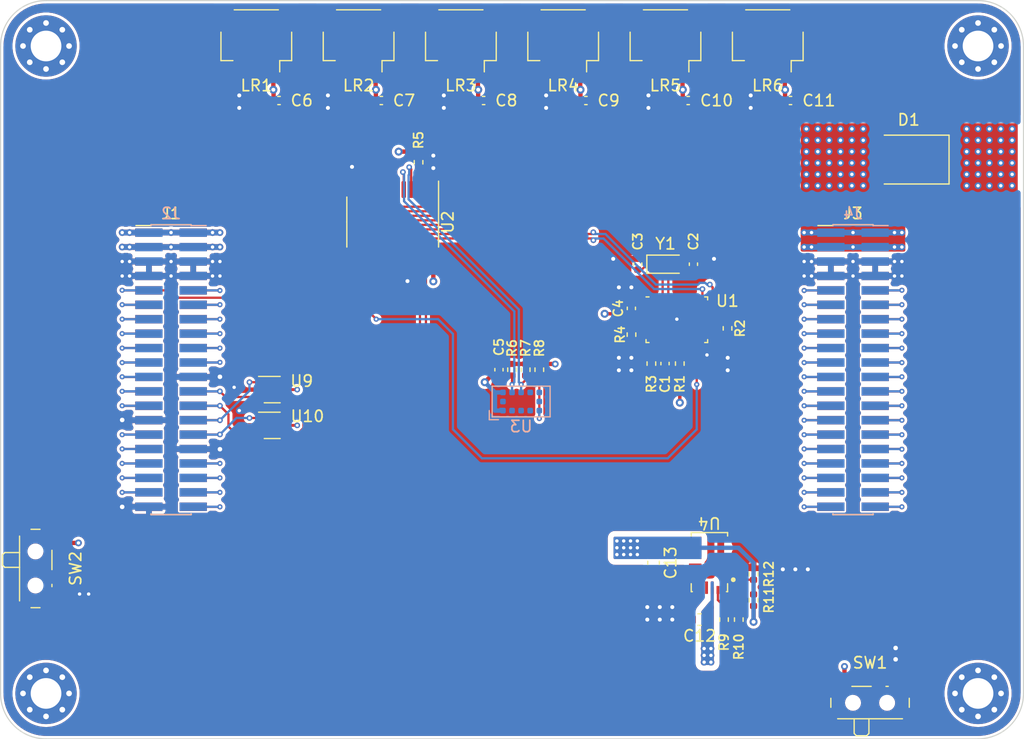
<source format=kicad_pcb>
(kicad_pcb (version 20210606) (generator pcbnew)
  (title_block (title "FlySensei_Stack_RPi") (date "2021-06-01") (rev "0.1") (company "George Mason University"))
  (layers (0 "F.Cu" signal) (1 "In1.Cu" signal) (2 "In2.Cu" signal) (31 "B.Cu" signal) (34 "B.Paste" user) (35 "F.Paste" user) (36 "B.SilkS" user "B.Silkscreen") (37 "F.SilkS" user "F.Silkscreen") (38 "B.Mask" user) (39 "F.Mask" user) (44 "Edge.Cuts" user))
  (net 0 "")
  (net 1 "Net-(C1-Pad2)")
  (net 2 "GND")
  (net 3 "Net-(C2-Pad1)")
  (net 4 "Net-(C3-Pad1)")
  (net 5 "+3V3")
  (net 6 "+BATT")
  (net 7 "/Stacking Connector/BATT_IN")
  (net 8 "/Stacking Connector/GPIO0")
  (net 9 "/Stacking Connector/GPIO2")
  (net 10 "/Stacking Connector/GPIO1")
  (net 11 "/Stacking Connector/GPIO3")
  (net 12 "/Stacking Connector/SPI0.MOSI")
  (net 13 "/Stacking Connector/GPIO4")
  (net 14 "/Stacking Connector/SPI0.MISO")
  (net 15 "/Stacking Connector/GPIO5")
  (net 16 "/Stacking Connector/SPI0.CLK")
  (net 17 "/Stacking Connector/GPIO6")
  (net 18 "/Stacking Connector/SPI0.CS0")
  (net 19 "/Stacking Connector/GPIO7")
  (net 20 "/Stacking Connector/SPI0.CS1")
  (net 21 "/Stacking Connector/SPI0.CS2")
  (net 22 "/I2C Mux/I2C0.SCL")
  (net 23 "/Stacking Connector/SPI0.CS3")
  (net 24 "/I2C Mux/I2C0.SDA")
  (net 25 "/I2C Mux/I2C1.SCL")
  (net 26 "/Stacking Connector/SPI1.MOSI")
  (net 27 "/I2C Mux/I2C1.SDA")
  (net 28 "/Stacking Connector/SPI1.MISO")
  (net 29 "unconnected-(J3-Pad9)")
  (net 30 "unconnected-(J3-Pad10)")
  (net 31 "unconnected-(J3-Pad11)")
  (net 32 "unconnected-(J3-Pad12)")
  (net 33 "unconnected-(J3-Pad13)")
  (net 34 "unconnected-(J3-Pad14)")
  (net 35 "unconnected-(J3-Pad15)")
  (net 36 "unconnected-(J3-Pad16)")
  (net 37 "unconnected-(J3-Pad17)")
  (net 38 "unconnected-(J3-Pad18)")
  (net 39 "unconnected-(J3-Pad19)")
  (net 40 "unconnected-(J3-Pad20)")
  (net 41 "unconnected-(J3-Pad21)")
  (net 42 "unconnected-(J3-Pad22)")
  (net 43 "unconnected-(J3-Pad23)")
  (net 44 "unconnected-(J3-Pad24)")
  (net 45 "unconnected-(J3-Pad25)")
  (net 46 "unconnected-(J3-Pad26)")
  (net 47 "unconnected-(J3-Pad27)")
  (net 48 "/Stacking Connector/SPI1.CLK")
  (net 49 "unconnected-(J3-Pad28)")
  (net 50 "unconnected-(J3-Pad29)")
  (net 51 "unconnected-(J3-Pad30)")
  (net 52 "unconnected-(J3-Pad31)")
  (net 53 "unconnected-(J3-Pad32)")
  (net 54 "unconnected-(J3-Pad33)")
  (net 55 "/Stacking Connector/UART0.TX")
  (net 56 "unconnected-(J3-Pad34)")
  (net 57 "unconnected-(J3-Pad35)")
  (net 58 "unconnected-(J3-Pad36)")
  (net 59 "unconnected-(J3-Pad37)")
  (net 60 "unconnected-(J3-Pad38)")
  (net 61 "unconnected-(J3-Pad39)")
  (net 62 "unconnected-(J3-Pad40)")
  (net 63 "/Stacking Connector/SPI1.CS0")
  (net 64 "/Stacking Connector/UART0.RX")
  (net 65 "/Stacking Connector/SPI1.CS1")
  (net 66 "/Stacking Connector/UART1.TX")
  (net 67 "/Stacking Connector/UART1.RX")
  (net 68 "/LIDAR/I2C1_SCL")
  (net 69 "/LIDAR/I2C1_SDA")
  (net 70 "/LIDAR/I2C2_SCL")
  (net 71 "/LIDAR/I2C2_SDA")
  (net 72 "/LIDAR/I2C3_SCL")
  (net 73 "/LIDAR/I2C3_SDA")
  (net 74 "/LIDAR/I2C4_SCL")
  (net 75 "/LIDAR/I2C4_SDA")
  (net 76 "/LIDAR/I2C5_SCL")
  (net 77 "/LIDAR/I2C5_SDA")
  (net 78 "/LIDAR/I2C6_SCL")
  (net 79 "/LIDAR/I2C6_SDA")
  (net 80 "Net-(R1-Pad2)")
  (net 81 "Net-(R2-Pad2)")
  (net 82 "Net-(R3-Pad1)")
  (net 83 "Net-(R4-Pad1)")
  (net 84 "Net-(R5-Pad1)")
  (net 85 "Net-(R6-Pad2)")
  (net 86 "Net-(R7-Pad2)")
  (net 87 "Net-(R8-Pad2)")
  (net 88 "/PSU/3V3_EN")
  (net 89 "Net-(R9-Pad2)")
  (net 90 "Net-(R10-Pad1)")
  (net 91 "Net-(R11-Pad2)")
  (net 92 "/I2C Mux/I2C_SEL")
  (net 93 "/I2C Mux/I2C_SCL")
  (net 99 "/I2C Mux/I2C_SDA")
  (footprint "Capacitor_SMD:C_0402_1005Metric" (layer "F.Cu") (at 132.5 73.8)
    (fp_text reference "C8")
    (fp_text value "0u1F")
  )
  (footprint "Resistor_SMD:R_0402_1005Metric" (layer "F.Cu") (at 147.26 96.96 -90)
    (fp_text reference "R3")
    (fp_text value "10K")
  )
  (footprint "Capacitor_SMD:C_0402_1005Metric" (layer "F.Cu") (at 148.46 96.96 90)
    (fp_text reference "C1")
    (fp_text value "0u1F")
  )
  (footprint "Resistor_SMD:R_0402_1005Metric" (layer "F.Cu") (at 153.96 93.86 90)
    (fp_text reference "R2")
    (fp_text value "10K")
  )
  (footprint "Package_LGA:LGA-28_5.2x3.8mm_P0.5mm" (layer "F.Cu") (at 149.5 93.1)
    (fp_text reference "U1")
    (fp_text value "BNO055")
  )
  (footprint "Connector_JST:JST_SH_SM04B-SRSS-TB_1x04-1MP_P1.00mm_Horizontal" (layer "F.Cu") (at 139.5 68.5 180)
    (fp_text reference "LR4")
    (fp_text value "JST_SH_SM04")
  )
  (footprint "Resistor_SMD:R_0402_1005Metric" (layer "F.Cu") (at 137.4 97.5 -90)
    (fp_text reference "R8")
    (fp_text value "10K")
  )
  (footprint "Resistor_SMD:R_0402_1005Metric" (layer "F.Cu") (at 135 97.5 -90)
    (fp_text reference "R6")
    (fp_text value "10K")
  )
  (footprint "Connector_JST:JST_SH_SM04B-SRSS-TB_1x04-1MP_P1.00mm_Horizontal" (layer "F.Cu") (at 148.5 68.5 180)
    (fp_text reference "LR5")
    (fp_text value "JST_SH_SM04")
  )
  (footprint "Capacitor_SMD:C_0603_1608Metric" (layer "F.Cu") (at 151.5 119.5 180)
    (fp_text reference "C12")
    (fp_text value "10uF")
  )
  (footprint "Button_Switch_SMD:SW_SPDT_PCM12" (layer "F.Cu") (at 166.5 126.5)
    (fp_text reference "SW1")
    (fp_text value "SW_SPDT")
  )
  (footprint "Capacitor_SMD:C_0402_1005Metric" (layer "F.Cu") (at 159.5 73.8)
    (fp_text reference "C11")
    (fp_text value "0u1F")
  )
  (footprint "MountingHole:MountingHole_2.7mm_M2.5_Pad_Via" (layer "F.Cu") (at 94 126)
    (fp_text reference "H1" hide)
    (fp_text value "MountingHole")
  )
  (footprint "MountingHole:MountingHole_2.7mm_M2.5_Pad_Via" (layer "F.Cu") (at 176 69)
    (fp_text reference "H3" hide)
    (fp_text value "MountingHole")
  )
  (footprint "Resistor_SMD:R_0402_1005Metric" (layer "F.Cu") (at 156.25 117.79 90)
    (fp_text reference "R11")
    (fp_text value "75K")
  )
  (footprint "Package_TO_SOT_SMD:SOT-363_SC-70-6" (layer "F.Cu") (at 113.9 99.25)
    (fp_text reference "U9")
    (fp_text value "TS5A3159ADCKR")
  )
  (footprint "Capacitor_SMD:C_0402_1005Metric" (layer "F.Cu") (at 145.5 92.1 90)
    (fp_text reference "C4")
    (fp_text value "0u1F")
  )
  (footprint "Capacitor_SMD:C_0402_1005Metric" (layer "F.Cu") (at 123.5 73.8)
    (fp_text reference "C7")
    (fp_text value "0u1F")
  )
  (footprint "Resistor_SMD:R_0402_1005Metric" (layer "F.Cu") (at 154.95 119.5 -90)
    (fp_text reference "R10")
    (fp_text value "62K")
  )
  (footprint "MountingHole:MountingHole_2.7mm_M2.5_Pad_Via" (layer "F.Cu") (at 94 69)
    (fp_text reference "H2" hide)
    (fp_text value "MountingHole")
  )
  (footprint "MountingHole:MountingHole_2.7mm_M2.5_Pad_Via" (layer "F.Cu") (at 176 126)
    (fp_text reference "H4" hide)
    (fp_text value "MountingHole")
  )
  (footprint "Resistor_SMD:R_0402_1005Metric" (layer "F.Cu") (at 149.76 96.96 90)
    (fp_text reference "R1")
    (fp_text value "0K")
  )
  (footprint "Capacitor_SMD:C_0402_1005Metric" (layer "F.Cu") (at 146.06 88.21 90)
    (fp_text reference "C3")
    (fp_text value "22pF")
  )
  (footprint "Connector_PinHeader_1.27mm:PinHeader_2x20_P1.27mm_Vertical_SMD" (layer "F.Cu") (at 165 97.5)
    (fp_text reference "J3")
    (fp_text value "Conn_02x20_Odd_Even_Male")
  )
  (footprint "Diode_SMD:D_SMB" (layer "F.Cu") (at 169.9 79 180)
    (fp_text reference "D1")
    (fp_text value "D_SCHTKY")
  )
  (footprint "Capacitor_SMD:C_0402_1005Metric" (layer "F.Cu") (at 141.5 73.8)
    (fp_text reference "C9")
    (fp_text value "0u1F")
  )
  (footprint "Button_Switch_SMD:SW_SPDT_PCM12" (layer "F.Cu") (at 93.4 115 -90)
    (fp_text reference "SW2")
    (fp_text value "SW_SPDT")
  )
  (footprint "Capacitor_SMD:C_0402_1005Metric" (layer "F.Cu") (at 133.85 97.5 90)
    (fp_text reference "C5")
    (fp_text value "0u1F")
  )
  (footprint "Crystal:Crystal_SMD_2012-2Pin_2.0x1.2mm_HandSoldering" (layer "F.Cu") (at 148.51 88.21)
    (fp_text reference "Y1")
    (fp_text value "Crystal")
  )
  (footprint "Connector_JST:JST_SH_SM04B-SRSS-TB_1x04-1MP_P1.00mm_Horizontal" (layer "F.Cu") (at 121.5 68.5 180)
    (fp_text reference "LR2")
    (fp_text value "JST_SH_SM04")
  )
  (footprint "Capacitor_SMD:C_0402_1005Metric" (layer "F.Cu") (at 114.5 73.8)
    (fp_text reference "C6")
    (fp_text value "0u1F")
  )
  (footprint "Connector_JST:JST_SH_SM04B-SRSS-TB_1x04-1MP_P1.00mm_Horizontal" (layer "F.Cu") (at 130.5 68.5 180)
    (fp_text reference "LR3")
    (fp_text value "JST_SH_SM04")
  )
  (footprint "Resistor_SMD:R_0402_1005Metric" (layer "F.Cu") (at 126.775 79.2375 90)
    (fp_text reference "R5")
    (fp_text value "0K")
  )
  (footprint "Package_SO:TSSOP-24_4.4x7.8mm_P0.65mm" (layer "F.Cu") (at 124.5 84.5 -90)
    (fp_text reference "U2")
    (fp_text value "TCA9548APWR")
  )
  (footprint "Connector_JST:JST_SH_SM04B-SRSS-TB_1x04-1MP_P1.00mm_Horizontal" (layer "F.Cu") (at 112.5 68.5 180)
    (fp_text reference "LR1")
    (fp_text value "JST_SH_SM04")
  )
  (footprint "Package_TO_SOT_SMD:SOT-363_SC-70-6" (layer "F.Cu") (at 113.9 102.4)
    (fp_text reference "U10")
    (fp_text value "TS5A3159ADCKR")
  )
  (footprint "Capacitor_SMD:C_0402_1005Metric" (layer "F.Cu") (at 150.96 88.21 90)
    (fp_text reference "C2")
    (fp_text value "22pF")
  )
  (footprint "Capacitor_SMD:C_0603_1608Metric" (layer "F.Cu") (at 147.45 114.5 -90)
    (fp_text reference "C13")
    (fp_text value "22uF")
  )
  (footprint "Resistor_SMD:R_0402_1005Metric" (layer "F.Cu") (at 156.25 115.49 90)
    (fp_text reference "R12")
    (fp_text value "24K")
  )
  (footprint "Resistor_SMD:R_0402_1005Metric" (layer "F.Cu") (at 153.65 119.5 90)
    (fp_text reference "R9")
    (fp_text value "55K")
  )
  (footprint "Connector_PinHeader_1.27mm:PinHeader_2x20_P1.27mm_Vertical_SMD" (layer "F.Cu") (at 105 97.5)
    (fp_text reference "J1")
    (fp_text value "Conn_02x20_Odd_Even_Male")
  )
  (footprint "Capacitor_SMD:C_0402_1005Metric" (layer "F.Cu") (at 150.5 73.8)
    (fp_text reference "C10")
    (fp_text value "0u1F")
  )
  (footprint "Resistor_SMD:R_0402_1005Metric" (layer "F.Cu") (at 145.51 94.41 -90)
    (fp_text reference "R4")
    (fp_text value "10K")
  )
  (footprint "Resistor_SMD:R_0402_1005Metric" (layer "F.Cu") (at 136.2 97.5 -90)
    (fp_text reference "R7")
    (fp_text value "10K")
  )
  (footprint "Package_DFN_QFN_U:MPM3610_QFN-20_5x3mm" (layer "F.Cu") (at 152.365 114.44 180)
    (fp_text reference "U4")
    (fp_text value "MPM3610")
  )
  (footprint "Connector_JST:JST_SH_SM04B-SRSS-TB_1x04-1MP_P1.00mm_Horizontal" (layer "F.Cu") (at 157.5 68.5 180)
    (fp_text reference "LR6")
    (fp_text value "JST_SH_SM04")
  )
  (footprint "Connector_PinHeader_1.27mm:PinHeader_2x20_P1.27mm_Vertical_SMD" (layer "B.Cu") (at 105 97.5 180)
    (fp_text reference "J2")
    (fp_text value "Conn_02x20_Odd_Even_Female")
  )
  (footprint "Connector_PinHeader_1.27mm:PinHeader_2x20_P1.27mm_Vertical_SMD" (layer "B.Cu") (at 165 97.5 180)
    (fp_text reference "J4")
    (fp_text value "Conn_02x20_Odd_Even_Female")
  )
  (footprint "Sensor_Distance:ST_VL53L1x" (layer "B.Cu") (at 135.8 100.3)
    (fp_text reference "U3")
    (fp_text value "VL53L0CXV0DH_1")
  )
  (gr_line (start 180 69) (end 180 126) (layer "Edge.Cuts") (width 0.1))
  (gr_arc (start 176 69) (end 176 65) (angle 90) (layer "Edge.Cuts") (width 0.1))
  (gr_line (start 94 65) (end 176 65) (layer "Edge.Cuts") (width 0.1))
  (gr_arc (start 94 126) (end 94 130) (angle 90) (layer "Edge.Cuts") (width 0.1))
  (gr_arc (start 94 69) (end 90 69) (angle 90) (layer "Edge.Cuts") (width 0.1))
  (gr_arc (start 176 126) (end 180 126) (angle 90) (layer "Edge.Cuts") (width 0.1))
  (gr_line (start 90 126) (end 90 69) (layer "Edge.Cuts") (width 0.1))
  (gr_line (start 94 130) (end 176 130) (layer "Edge.Cuts") (width 0.1))
  (segment (start 148.46 96.48) (end 148.46 95.94) (width 0.2) (layer "F.Cu") (net 1))
  (segment (start 148.46 95.94) (end 148.75 95.65) (width 0.2) (layer "F.Cu") (net 1))
  (segment (start 148.75 95.65) (end 148.75 94.7625) (width 0.2) (layer "F.Cu") (net 1))
  (segment (start 103.045 89.25) (end 103.05 89.245) (width 0.508) (layer "F.Cu") (net 2))
  (segment (start 120.925 79.645) (end 120.92 79.64) (width 0.381) (layer "F.Cu") (net 2))
  (segment (start 126.125 87.3625) (end 126.125 89.375) (width 0.381) (layer "F.Cu") (net 2))
  (segment (start 163.045 89.25) (end 163.05 89.245) (width 0.508) (layer "F.Cu") (net 2))
  (segment (start 149.25 91.4375) (end 149.25 92.8) (width 0.254) (layer "F.Cu") (net 2))
  (segment (start 146.46 92.35) (end 146.24 92.13) (width 0.254) (layer "F.Cu") (net 2))
  (segment (start 146.24 92.13) (end 146.24 91.81) (width 0.254) (layer "F.Cu") (net 2))
  (segment (start 169.3 89.25) (end 166.955 89.25) (width 0.508) (layer "F.Cu") (net 2))
  (segment (start 163.055 89.25) (end 163.05 89.245) (width 0.508) (layer "F.Cu") (net 2))
  (segment (start 112.95 99.25) (end 110.75 99.25) (width 0.381) (layer "F.Cu") (net 2))
  (segment (start 153.615 114.69) (end 155.96 114.69) (width 0.254) (layer "F.Cu") (net 2))
  (segment (start 150.3 93.85) (end 149.5 93.05) (width 0.254) (layer "F.Cu") (net 2))
  (segment (start 165 89.25) (end 163.055 89.25) (width 0.508) (layer "F.Cu") (net 2))
  (segment (start 110.75 99.25) (end 110.55 99.05) (width 0.381) (layer "F.Cu") (net 2))
  (segment (start 166.955 89.25) (end 166.95 89.245) (width 0.508) (layer "F.Cu") (net 2))
  (segment (start 106.955 89.25) (end 106.95 89.245) (width 0.508) (layer "F.Cu") (net 2))
  (segment (start 105 89.25) (end 103.055 89.25) (width 0.508) (layer "F.Cu") (net 2))
  (segment (start 120.925 81.6375) (end 120.925 79.645) (width 0.381) (layer "F.Cu") (net 2))
  (segment (start 165 87.975) (end 163.05 87.975) (width 0.508) (layer "F.Cu") (net 2))
  (segment (start 147.1125 92.35) (end 146.46 92.35) (width 0.254) (layer "F.Cu") (net 2))
  (segment (start 160.7 89.25) (end 163.045 89.25) (width 0.508) (layer "F.Cu") (net 2))
  (segment (start 149.7 92.85) (end 149.5 93.05) (width 0.254) (layer "F.Cu") (net 2))
  (segment (start 127.425 81.6375) (end 128.075 81.6375) (width 0.381) (layer "F.Cu") (net 2))
  (segment (start 103.055 89.25) (end 103.05 89.245) (width 0.508) (layer "F.Cu") (net 2))
  (segment (start 165 87.975) (end 166.95 87.975) (width 0.508) (layer "F.Cu") (net 2))
  (segment (start 169.3 87.975) (end 166.95 87.975) (width 0.508) (layer "F.Cu") (net 2))
  (segment (start 165 89.25) (end 166.945 89.25) (width 0.508) (layer "F.Cu") (net 2))
  (segment (start 149.25 92.8) (end 149.5 93.05) (width 0.254) (layer "F.Cu") (net 2))
  (segment (start 126.125 89.375) (end 125.8 89.7) (width 0.381) (layer "F.Cu") (net 2))
  (segment (start 100.7 89.25) (end 103.045 89.25) (width 0.508) (layer "F.Cu") (net 2))
  (segment (start 106.945 89.25) (end 106.95 89.245) (width 0.508) (layer "F.Cu") (net 2))
  (segment (start 146.05 91.62) (end 145.5 91.62) (width 0.254) (layer "F.Cu") (net 2))
  (segment (start 160.7 87.975) (end 163.05 87.975) (width 0.508) (layer "F.Cu") (net 2))
  (segment (start 146.24 91.81) (end 146.05 91.62) (width 0.254) (layer "F.Cu") (net 2))
  (segment (start 105 87.975) (end 106.95 87.975) (width 0.508) (layer "F.Cu") (net 2))
  (segment (start 109.3 87.975) (end 106.95 87.975) (width 0.508) (layer "F.Cu") (net 2))
  (segment (start 128.075 81.6375) (end 128.075 79.75) (width 0.381) (layer "F.Cu") (net 2))
  (segment (start 111 102.05) (end 111 101.1) (width 0.381) (layer "F.Cu") (net 2))
  (segment (start 105 87.975) (end 103.05 87.975) (width 0.508) (layer "F.Cu") (net 2))
  (segment (start 151.75 95.8) (end 152.15 96.2) (width 0.254) (layer "F.Cu") (net 2))
  (segment (start 109.3 89.25) (end 106.955 89.25) (width 0.508) (layer "F.Cu") (net 2))
  (segment (start 128.075 79.75) (end 128.075 78.65) (width 0.381) (layer "F.Cu") (net 2))
  (segment (start 155.96 114.69) (end 156.25 114.98) (width 0.254) (layer "F.Cu") (net 2))
  (segment (start 100.7 87.975) (end 103.05 87.975) (width 0.508) (layer "F.Cu") (net 2))
  (segment (start 166.945 89.25) (end 166.95 89.245) (width 0.508) (layer "F.Cu") (net 2))
  (segment (start 151.8875 92.85) (end 149.7 92.85) (width 0.254) (layer "F.Cu") (net 2))
  (segment (start 111.35 102.4) (end 111 102.05) (width 0.381) (layer "F.Cu") (net 2))
  (segment (start 105 89.25) (end 106.945 89.25) (width 0.508) (layer "F.Cu") (net 2))
  (segment (start 151.8875 93.85) (end 150.3 93.85) (width 0.254) (layer "F.Cu") (net 2))
  (segment (start 112.95 102.4) (end 111.35 102.4) (width 0.381) (layer "F.Cu") (net 2))
  (segment (start 151.75 94.7625) (end 151.75 95.8) (width 0.254) (layer "F.Cu") (net 2))
  (via (at 128.075 79.75) (size 0.7) (drill 0.35) (layers "F.Cu" "B.Cu") (net 2))
  (via (at 101.35 89.25) (size 0.6) (drill 0.3) (layers "F.Cu" "B.Cu") (net 2))
  (via (at 125.8 89.7) (size 0.7) (drill 0.35) (layers "F.Cu" "B.Cu") (net 2))
  (via (at 111 101.1) (size 0.6) (drill 0.3) (layers "F.Cu" "B.Cu") (net 2))
  (via (at 156 73.35) (size 0.7) (drill 0.35) (layers "F.Cu" "B.Cu") (net 2))
  (via (at 109.3 89.25) (size 0.6) (drill 0.3) (layers "F.Cu" "B.Cu") (net 2))
  (via (at 148 118.4) (size 0.7) (drill 0.35) (layers "F.Cu" "B.Cu") (net 2))
  (via (at 168.65 89.25) (size 0.6) (drill 0.3) (layers "F.Cu" "B.Cu") (net 2))
  (via (at 109.3 98.125) (size 0.8) (drill 0.4) (layers "F.Cu" "B.Cu") (net 2))
  (via (at 160.7 87.975) (size 0.6) (drill 0.3) (layers "F.Cu" "B.Cu") (net 2))
  (via (at 101.35 87.975) (size 0.6) (drill 0.3) (layers "F.Cu" "B.Cu") (net 2))
  (via (at 110.55 99.05) (size 0.6) (drill 0.3) (layers "F.Cu" "B.Cu") (net 2))
  (via (at 156 74.45) (size 0.7) (drill 0.35) (layers "F.Cu" "B.Cu") (net 2))
  (via (at 105 87.975) (size 0.6) (drill 0.3) (layers "F.Cu" "B.Cu") (net 2))
  (via (at 100.7 89.25) (size 0.6) (drill 0.3) (layers "F.Cu" "B.Cu") (net 2))
  (via (at 152.77 87.74) (size 0.7) (drill 0.35) (layers "F.Cu" "B.Cu") (net 2))
  (via (at 145.5 96.45) (size 0.7) (drill 0.35) (layers "F.Cu" "B.Cu") (net 2))
  (via (at 111 74.45) (size 0.7) (drill 0.35) (layers "F.Cu" "B.Cu") (net 2))
  (via (at 161.35 87.975) (size 0.6) (drill 0.3) (layers "F.Cu" "B.Cu") (net 2))
  (via (at 147 74.45) (size 0.7) (drill 0.35) (layers "F.Cu" "B.Cu") (net 2))
  (via (at 160.7 89.25) (size 0.6) (drill 0.3) (layers "F.Cu" "B.Cu") (net 2))
  (via (at 152.15 96.2) (size 0.6) (drill 0.3) (layers "F.Cu" "B.Cu") (net 2))
  (via (at 129 73.35) (size 0.7) (drill 0.35) (layers "F.Cu" "B.Cu") (net 2))
  (via (at 109.3 104.5) (size 0.8) (drill 0.4) (layers "F.Cu" "B.Cu") (net 2))
  (via (at 118.8 74.45) (size 0.7) (drill 0.35) (layers "F.Cu" "B.Cu") (net 2))
  (via (at 100.7 101.925) (size 0.8) (drill 0.4) (layers "F.Cu" "B.Cu") (net 2))
  (via (at 159.925 115.075) (size 0.7) (drill 0.35) (layers "F.Cu" "B.Cu") (net 2))
  (via (at 138 74.45) (size 0.7) (drill 0.35) (layers "F.Cu" "B.Cu") (net 2))
  (via (at 138 73.35) (size 0.7) (drill 0.35) (layers "F.Cu" "B.Cu") (net 2))
  (via (at 108.65 89.25) (size 0.6) (drill 0.3) (layers "F.Cu" "B.Cu") (net 2))
  (via (at 149.1 119.5) (size 0.7) (drill 0.35) (layers "F.Cu" "B.Cu") (net 2))
  (via (at 129 74.45) (size 0.7) (drill 0.35) (layers "F.Cu" "B.Cu") (net 2))
  (via (at 147 73.35) (size 0.7) (drill 0.35) (layers "F.Cu" "B.Cu") (net 2))
  (via (at 146.9 118.4) (size 0.7) (drill 0.35) (layers "F.Cu" "B.Cu") (net 2))
  (via (at 128.075 78.65) (size 0.7) (drill 0.35) (layers "F.Cu" "B.Cu") (net 2))
  (via (at 144.4 96.45) (size 0.7) (drill 0.35) (layers "F.Cu" "B.Cu") (net 2))
  (via (at 161.35 89.25) (size 0.6) (drill 0.3) (layers "F.Cu" "B.Cu") (net 2))
  (via (at 144.4 90.25) (size 0.7) (drill 0.35) (layers "F.Cu" "B.Cu") (net 2))
  (via (at 153.975 96.45) (size 0.7) (drill 0.35) (layers "F.Cu" "B.Cu") (net 2))
  (via (at 108.65 87.975) (size 0.6) (drill 0.3) (layers "F.Cu" "B.Cu") (net 2))
  (via (at 168.65 87.975) (size 0.6) (drill 0.3) (layers "F.Cu" "B.Cu") (net 2))
  (via (at 145.5 90.25) (size 0.7) (drill 0.35) (layers "F.Cu" "B.Cu") (net 2))
  (via (at 168.75 123) (size 0.8) (drill 0.4) (layers "F.Cu" "B.Cu") (net 2))
  (via (at 100.7 109.575) (size 0.8) (drill 0.4) (layers "F.Cu" "B.Cu") (net 2))
  (via (at 169.3 89.25) (size 0.6) (drill 0.3) (layers "F.Cu" "B.Cu") (net 2))
  (via (at 158.825 115.075) (size 0.7) (drill 0.35) (layers "F.Cu" "B.Cu") (net 2))
  (via (at 169.3 87.975) (size 0.6) (drill 0.3) (layers "F.Cu" "B.Cu") (net 2))
  (via (at 161.025 115.075) (size 0.7) (drill 0.35) (layers "F.Cu" "B.Cu") (net 2))
  (via (at 145.5 97.55) (size 0.7) (drill 0.35) (layers "F.Cu" "B.Cu") (net 2))
  (via (at 97.75 117.25) (size 0.6) (drill 0.3) (layers "F.Cu" "B.Cu") (net 2))
  (via (at 144.4 97.55) (size 0.7) (drill 0.35) (layers "F.Cu" "B.Cu") (net 2))
  (via (at 153.975 97.55) (size 0.7) (drill 0.35) (layers "F.Cu" "B.Cu") (net 2))
  (via (at 96.95 117.25) (size 0.6) (drill 0.3) (layers "F.Cu" "B.Cu") (net 2))
  (via (at 143.9 87.74) (size 0.7) (drill 0.35) (layers "F.Cu" "B.Cu") (net 2))
  (via (at 146.9 119.5) (size 0.7) (drill 0.35) (layers "F.Cu" "B.Cu") (net 2))
  (via (at 105 89.25) (size 0.6) (drill 0.3) (layers "F.Cu" "B.Cu") (net 2))
  (via (at 118.8 73.35) (size 0.7) (drill 0.35) (layers "F.Cu" "B.Cu") (net 2))
  (via (at 111 73.35) (size 0.7) (drill 0.35) (layers "F.Cu" "B.Cu") (net 2))
  (via (at 149.5 93.05) (size 0.6) (drill 0.3) (layers "F.Cu" "B.Cu") (net 2))
  (via (at 100.7 87.975) (size 0.6) (drill 0.3) (layers "F.Cu" "B.Cu") (net 2))
  (via (at 168.75 122) (size 0.8) (drill 0.4) (layers "F.Cu" "B.Cu") (net 2))
  (via (at 109.3 87.975) (size 0.6) (drill 0.3) (layers "F.Cu" "B.Cu") (net 2))
  (via (at 149.1 118.4) (size 0.7) (drill 0.35) (layers "F.Cu" "B.Cu") (net 2))
  (via (at 148 119.5) (size 0.7) (drill 0.35) (layers "F.Cu" "B.Cu") (net 2))
  (via (at 120.92 79.64) (size 0.7) (drill 0.35) (layers "F.Cu" "B.Cu") (net 2))
  (via (at 165 89.25) (size 0.6) (drill 0.3) (layers "F.Cu" "B.Cu") (net 2))
  (via (at 165 87.975) (size 0.6) (drill 0.3) (layers "F.Cu" "B.Cu") (net 2))
  (segment (start 100.7 89.25) (end 103.045 89.25) (width 0.508) (layer "B.Cu") (net 2))
  (segment (start 165 87.975) (end 166.95 87.975) (width 0.508) (layer "B.Cu") (net 2))
  (segment (start 106.955 89.25) (end 106.95 89.245) (width 0.508) (layer "B.Cu") (net 2))
  (segment (start 109.3 87.975) (end 106.95 87.975) (width 0.508) (layer "B.Cu") (net 2))
  (segment (start 105 87.975) (end 103.05 87.975) (width 0.508) (layer "B.Cu") (net 2))
  (segment (start 165 87.975) (end 163.05 87.975) (width 0.508) (layer "B.Cu") (net 2))
  (segment (start 160.7 89.25) (end 163.045 89.25) (width 0.508) (layer "B.Cu") (net 2))
  (segment (start 105 87.975) (end 106.95 87.975) (width 0.508) (layer "B.Cu") (net 2))
  (segment (start 106.945 89.25) (end 106.95 89.245) (width 0.508) (layer "B.Cu") (net 2))
  (segment (start 160.7 87.975) (end 163.05 87.975) (width 0.508) (layer "B.Cu") (net 2))
  (segment (start 100.7 87.975) (end 103.05 87.975) (width 0.508) (layer "B.Cu") (net 2))
  (segment (start 166.945 89.25) (end 166.95 89.245) (width 0.508) (layer "B.Cu") (net 2))
  (segment (start 166.955 89.25) (end 166.95 89.245) (width 0.508) (layer "B.Cu") (net 2))
  (segment (start 103.055 89.25) (end 103.05 89.245) (width 0.508) (layer "B.Cu") (net 2))
  (segment (start 109.3 89.25) (end 106.955 89.25) (width 0.508) (layer "B.Cu") (net 2))
  (segment (start 165 89.25) (end 166.945 89.25) (width 0.508) (layer "B.Cu") (net 2))
  (segment (start 163.045 89.25) (end 163.05 89.245) (width 0.508) (layer "B.Cu") (net 2))
  (segment (start 105 89.25) (end 106.945 89.25) (width 0.508) (layer "B.Cu") (net 2))
  (segment (start 169.3 87.975) (end 166.95 87.975) (width 0.508) (layer "B.Cu") (net 2))
  (segment (start 169.3 89.25) (end 166.955 89.25) (width 0.508) (layer "B.Cu") (net 2))
  (segment (start 163.055 89.25) (end 163.05 89.245) (width 0.508) (layer "B.Cu") (net 2))
  (segment (start 165 89.25) (end 163.055 89.25) (width 0.508) (layer "B.Cu") (net 2))
  (segment (start 105 89.25) (end 103.055 89.25) (width 0.508) (layer "B.Cu") (net 2))
  (segment (start 103.045 89.25) (end 103.05 89.245) (width 0.508) (layer "B.Cu") (net 2))
  (segment (start 148.75 88.895) (end 149.435 88.21) (width 0.2) (layer "F.Cu") (net 3))
  (segment (start 149.435 88.21) (end 150.11 88.21) (width 0.2) (layer "F.Cu") (net 3))
  (segment (start 150.11 88.21) (end 150.59 88.69) (width 0.2) (layer "F.Cu") (net 3))
  (segment (start 150.59 88.69) (end 150.96 88.69) (width 0.2) (layer "F.Cu") (net 3))
  (segment (start 148.75 91.4375) (end 148.75 88.895) (width 0.2) (layer "F.Cu") (net 3))
  (segment (start 146.89 88.21) (end 146.41 88.69) (width 0.2) (layer "F.Cu") (net 4))
  (segment (start 148.25 88.875) (end 148.25 91.4375) (width 0.2) (layer "F.Cu") (net 4))
  (segment (start 147.585 88.21) (end 146.89 88.21) (width 0.2) (layer "F.Cu") (net 4))
  (segment (start 147.585 88.21) (end 148.25 88.875) (width 0.2) (layer "F.Cu") (net 4))
  (segment (start 146.41 88.69) (end 146.06 88.69) (width 0.2) (layer "F.Cu") (net 4))
  (segment (start 123 70.5) (end 123 72.825) (width 0.381) (layer "F.Cu") (net 5))
  (segment (start 96.85 112.75) (end 94.83 112.75) (width 0.381) (layer "F.Cu") (net 5))
  (segment (start 147.1125 93.35) (end 147.1125 92.85) (width 0.254) (layer "F.Cu") (net 5))
  (segment (start 114.85 102.4) (end 116.1 102.4) (width 0.254) (layer "F.Cu") (net 5))
  (segment (start 132.02 73.8) (end 132.02 72.855) (width 0.381) (layer "F.Cu") (net 5))
  (segment (start 133.85 97.98) (end 133.22 97.98) (width 0.381) (layer "F.Cu") (net 5))
  (segment (start 145.495 92.575) (end 145.5 92.58) (width 0.3048) (layer "F.Cu") (net 5))
  (segment (start 132.02 72.855) (end 132.025 72.85) (width 0.381) (layer "F.Cu") (net 5))
  (segment (start 125.025 78.3) (end 126.3475 78.3) (width 0.381) (layer "F.Cu") (net 5))
  (segment (start 114 72.85) (end 114 70.5) (width 0.381) (layer "F.Cu") (net 5))
  (segment (start 150 70.5) (end 150 72.825) (width 0.381) (layer "F.Cu") (net 5))
  (segment (start 147.1125 92.85) (end 145.77 92.85) (width 0.254) (layer "F.Cu") (net 5))
  (segment (start 141.02 72.855) (end 141.025 72.85) (width 0.381) (layer "F.Cu") (net 5))
  (segment (start 150 72.825) (end 150.025 72.85) (width 0.381) (layer "F.Cu") (net 5))
  (segment (start 138.79 96.99) (end 137.4 96.99) (width 0.381) (layer "F.Cu") (net 5))
  (segment (start 132 72.825) (end 132.025 72.85) (width 0.381) (layer "F.Cu") (net 5))
  (segment (start 128.075 87.3625) (end 128.075 89.725) (width 0.381) (layer "F.Cu") (net 5))
  (segment (start 123 72.825) (end 123.025 72.85) (width 0.381) (layer "F.Cu") (net 5))
  (segment (start 147.776511 92.823489) (end 147.776511 93.123489) (width 0.254) (layer "F.Cu") (net 5))
  (segment (start 126.3475 78.3) (end 126.775 78.7275) (width 0.381) (layer "F.Cu") (net 5))
  (segment (start 159 72.825) (end 159.025 72.85) (width 0.381) (layer "F.Cu") (net 5))
  (segment (start 147.776511 91.464011) (end 147.776511 92.823489) (width 0.254) (layer "F.Cu") (net 5))
  (segment (start 133.22 97.98) (end 132.6 98.6) (width 0.381) (layer "F.Cu") (net 5))
  (segment (start 141.02 73.8) (end 141.02 72.855) (width 0.381) (layer "F.Cu") (net 5))
  (segment (start 159 70.5) (end 159 72.825) (width 0.381) (layer "F.Cu") (net 5))
  (segment (start 159.02 72.855) (end 159.025 72.85) (width 0.381) (layer "F.Cu") (net 5))
  (segment (start 147.1125 92.85) (end 147.75 92.85) (width 0.254) (layer "F.Cu") (net 5))
  (segment (start 136.2 96.99) (end 137.4 96.99) (width 0.381) (layer "F.Cu") (net 5))
  (segment (start 132 70.5) (end 132 72.825) (width 0.381) (layer "F.Cu") (net 5))
  (segment (start 114.85 99.25) (end 116.1 99.25) (width 0.254) (layer "F.Cu") (net 5))
  (segment (start 123.02 72.855) (end 123.025 72.85) (width 0.381) (layer "F.Cu") (net 5))
  (segment (start 123.02 73.8) (end 123.02 72.855) (width 0.381) (layer "F.Cu") (net 5))
  (segment (start 159.02 73.8) (end 159.02 72.855) (width 0.381) (layer "F.Cu") (net 5))
  (segment (start 149.76 97.47) (end 149.76 100.4) (width 0.3048) (layer "F.Cu") (net 5))
  (segment (start 143.15 92.575) (end 145.495 92.575) (width 0.3048) (layer "F.Cu") (net 5))
  (segment (start 156.25 118.3) (end 156.25 119.7) (width 0.381) (layer "F.Cu") (net 5))
  (segment (start 141 70.5) (end 141 72.825) (width 0.381) (layer "F.Cu") (net 5))
  (segment (start 138.8 97) (end 138.79 96.99) (width 0.381) (layer "F.Cu") (net 5))
  (segment (start 150.02 72.855) (end 150.025 72.85) (width 0.381) (layer "F.Cu") (net 5))
  (segment (start 145.77 92.85) (end 145.5 92.58) (width 0.254) (layer "F.Cu") (net 5))
  (segment (start 141 72.825) (end 141.025 72.85) (width 0.381) (layer "F.Cu") (net 5))
  (segment (start 114.02 73.8) (end 114.02 72.87) (width 0.381) (layer "F.Cu") (net 5))
  (segment (start 114.02 72.87) (end 114 72.85) (width 0.381) (layer "F.Cu") (net 5))
  (segment (start 150.02 73.8) (end 150.02 72.855) (width 0.381) (layer "F.Cu") (net 5))
  (segment (start 147.75 92.85) (end 147.776511 92.823489) (width 0.254) (layer "F.Cu") (net 5))
  (segment (start 135 96.99) (end 136.2 96.99) (width 0.381) (layer "F.Cu") (net 5))
  (segment (start 147.75 91.4375) (end 147.776511 91.464011) (width 0.254) (layer "F.Cu") (net 5))
  (segment (start 147.55 93.35) (end 147.1125 93.35) (width 0.254) (layer "F.Cu") (net 5))
  (segment (start 147.776511 93.123489) (end 147.55 93.35) (width 0.254) (layer "F.Cu") (net 5))
  (via (at 141.025 72.85) (size 0.7) (drill 0.35) (layers "F.Cu" "B.Cu") (net 5))
  (via (at 132.6 98.6) (size 0.7) (drill 0.35) (layers "F.Cu" "B.Cu") (net 5))
  (via (at 144.225 113.175) (size 0.6) (drill 0.3) (layers "F.Cu" "B.Cu") (net 5))
  (via (at 146.025 113.175) (size 0.6) (drill 0.3) (layers "F.Cu" "B.Cu") (net 5))
  (via (at 159.025 72.85) (size 0.7) (drill 0.35) (layers "F.Cu" "B.Cu") (net 5))
  (via (at 145.425 112.575) (size 0.6) (drill 0.3) (layers "F.Cu" "B.Cu") (net 5))
  (via (at 144.825 113.175) (size 0.6) (drill 0.3) (layers "F.Cu" "B.Cu") (net 5))
  (via (at 146.025 112.575) (size 0.6) (drill 0.3) (layers "F.Cu" "B.Cu") (net 5))
  (via (at 116.1 99.25) (size 0.5) (drill 0.25) (layers "F.Cu" "B.Cu") (net 5))
  (via (at 116.1 102.4) (size 0.5) (drill 0.25) (layers "F.Cu" "B.Cu") (net 5))
  (via (at 125.025 78.3) (size 0.7) (drill 0.35) (layers "F.Cu" "B.Cu") (net 5))
  (via (at 145.425 113.775) (size 0.6) (drill 0.3) (layers "F.Cu" "B.Cu") (net 5))
  (via (at 150.025 72.85) (size 0.7) (drill 0.35) (layers "F.Cu" "B.Cu") (net 5))
  (via (at 128.075 89.725) (size 0.7) (drill 0.35) (layers "F.Cu" "B.Cu") (net 5))
  (via (at 149.76 100.4) (size 0.7) (drill 0.35) (layers "F.Cu" "B.Cu") (net 5))
  (via (at 114 72.85) (size 0.7) (drill 0.35) (layers "F.Cu" "B.Cu") (net 5))
  (via (at 123.025 72.85) (size 0.7) (drill 0.35) (layers "F.Cu" "B.Cu") (net 5))
  (via (at 144.825 112.575) (size 0.6) (drill 0.3) (layers "F.Cu" "B.Cu") (net 5))
  (via (at 138.8 97) (size 0.6) (drill 0.3) (layers "F.Cu" "B.Cu") (net 5))
  (via (at 144.225 113.775) (size 0.6) (drill 0.3) (layers "F.Cu" "B.Cu") (net 5))
  (via (at 156.25 119.7) (size 0.7) (drill 0.35) (layers "F.Cu" "B.Cu") (net 5))
  (via (at 144.825 113.775) (size 0.6) (drill 0.3) (layers "F.Cu" "B.Cu") (net 5))
  (via (at 96.85 112.75) (size 0.6) (drill 0.3) (layers "F.Cu" "B.Cu") (net 5))
  (via (at 132.025 72.85) (size 0.7) (drill 0.35) (layers "F.Cu" "B.Cu") (net 5))
  (via (at 145.425 113.175) (size 0.6) (drill 0.3) (layers "F.Cu" "B.Cu") (net 5))
  (via (at 146.025 113.775) (size 0.6) (drill 0.3) (layers "F.Cu" "B.Cu") (net 5))
  (via (at 143.15 92.575) (size 0.7) (drill 0.35) (layers "F.Cu" "B.Cu") (net 5))
  (via (at 144.225 112.575) (size 0.6) (drill 0.3) (layers "F.Cu" "B.Cu") (net 5))
  (segment (start 134.2 99.5) (end 133.5 99.5) (width 0.381) (layer "B.Cu") (net 5))
  (segment (start 156.25 114.5) (end 154.925 113.175) (width 0.381) (layer "B.Cu") (net 5))
  (segment (start 133.5 99.5) (end 132.6 98.6) (width 0.381) (layer "B.Cu") (net 5))
  (segment (start 156.25 119.7) (end 156.25 114.5) (width 0.381) (layer "B.Cu") (net 5))
  (segment (start 134.2 101.1) (end 133.5 101.1) (width 0.381) (layer "B.Cu") (net 5))
  (segment (start 133.5 101.1) (end 133.5 99.5) (width 0.381) (layer "B.Cu") (net 5))
  (segment (start 154.925 113.175) (end 146.025 113.175) (width 0.381) (layer "B.Cu") (net 5))
  (segment (start 152.615 116.69) (end 152.615 118.485) (width 0.254) (layer "F.Cu") (net 6))
  (segment (start 164.25 125.07) (end 164.25 123.625) (width 0.381) (layer "F.Cu") (net 6))
  (segment (start 152.275 118.825) (end 152.275 119.5) (width 0.254) (layer "F.Cu") (net 6))
  (segment (start 152.615 118.485) (end 152.275 118.825) (width 0.254) (layer "F.Cu") (net 6))
  (via (at 151.9 122.65) (size 0.6) (drill 0.3) (layers "F.Cu" "B.Cu") (net 6))
  (via (at 175 78.3) (size 0.6) (drill 0.3) (layers "F.Cu" "B.Cu") (net 6))
  (via (at 177 79.3) (size 0.6) (drill 0.3) (layers "F.Cu" "B.Cu") (net 6))
  (via (at 176 77.3) (size 0.6) (drill 0.3) (layers "F.Cu" "B.Cu") (net 6))
  (via (at 176 76.3) (size 0.6) (drill 0.3) (layers "F.Cu" "B.Cu") (net 6))
  (via (at 175 77.3) (size 0.6) (drill 0.3) (layers "F.Cu" "B.Cu") (net 6))
  (via (at 179 77.3) (size 0.6) (drill 0.3) (layers "F.Cu" "B.Cu") (net 6))
  (via (at 177 76.3) (size 0.6) (drill 0.3) (layers "F.Cu" "B.Cu") (net 6))
  (via (at 179 78.3) (size 0.6) (drill 0.3) (layers "F.Cu" "B.Cu") (net 6))
  (via (at 177 81.3) (size 0.6) (drill 0.3) (layers "F.Cu" "B.Cu") (net 6))
  (via (at 152.5 122.05) (size 0.6) (drill 0.3) (layers "F.Cu" "B.Cu") (net 6))
  (via (at 152.5 122.65) (size 0.6) (drill 0.3) (layers "F.Cu" "B.Cu") (net 6))
  (via (at 179 79.3) (size 0.6) (drill 0.3) (layers "F.Cu" "B.Cu") (net 6))
  (via (at 179 80.3) (size 0.6) (drill 0.3) (layers "F.Cu" "B.Cu") (net 6))
  (via (at 164.25 123.625) (size 0.6) (drill 0.3) (layers "F.Cu" "B.Cu") (net 6))
  (via (at 152.5 123.25) (size 0.6) (drill 0.3) (layers "F.Cu" "B.Cu") (net 6))
  (via (at 175 79.3) (size 0.6) (drill 0.3) (layers "F.Cu" "B.Cu") (net 6))
  (via (at 175 81.3) (size 0.6) (drill 0.3) (layers "F.Cu" "B.Cu") (net 6))
  (via (at 176 79.3) (size 0.6) (drill 0.3) (layers "F.Cu" "B.Cu") (net 6))
  (via (at 176 80.3) (size 0.6) (drill 0.3) (layers "F.Cu" "B.Cu") (net 6))
  (via (at 178 78.3) (size 0.6) (drill 0.3) (layers "F.Cu" "B.Cu") (net 6))
  (via (at 177 78.3) (size 0.6) (drill 0.3) (layers "F.Cu" "B.Cu") (net 6))
  (via (at 179 81.3) (size 0.6) (drill 0.3) (layers "F.Cu" "B.Cu") (net 6))
  (via (at 178 80.3) (size 0.6) (drill 0.3) (layers "F.Cu" "B.Cu") (net 6))
  (via (at 176 78.3) (size 0.6) (drill 0.3) (layers "F.Cu" "B.Cu") (net 6))
  (via (at 175 76.3) (size 0.6) (drill 0.3) (layers "F.Cu" "B.Cu") (net 6))
  (via (at 177 80.3) (size 0.6) (drill 0.3) (layers "F.Cu" "B.Cu") (net 6))
  (via (at 177 77.3) (size 0.6) (drill 0.3) (layers "F.Cu" "B.Cu") (net 6))
  (via (at 178 76.3) (size 0.6) (drill 0.3) (layers "F.Cu" "B.Cu") (net 6))
  (via (at 178 79.3) (size 0.6) (drill 0.3) (layers "F.Cu" "B.Cu") (net 6))
  (via (at 151.9 123.25) (size 0.6) (drill 0.3) (layers "F.Cu" "B.Cu") (net 6))
  (via (at 178 77.3) (size 0.6) (drill 0.3) (layers "F.Cu" "B.Cu") (net 6))
  (via (at 175 80.3) (size 0.6) (drill 0.3) (layers "F.Cu" "B.Cu") (net 6))
  (via (at 176 81.3) (size 0.6) (drill 0.3) (layers "F.Cu" "B.Cu") (net 6))
  (via (at 151.9 122.05) (size 0.6) (drill 0.3) (layers "F.Cu" "B.Cu") (net 6))
  (via (at 178 81.3) (size 0.6) (drill 0.3) (layers "F.Cu" "B.Cu") (net 6))
  (via (at 179 76.3) (size 0.6) (drill 0.3) (layers "F.Cu" "B.Cu") (net 6))
  (segment (start 165 85.425) (end 163.06 85.425) (width 0.508) (layer "F.Cu") (net 7))
  (segment (start 163.06 85.425) (end 163.05 85.435) (width 0.508) (layer "F.Cu") (net 7))
  (segment (start 106.945 86.7) (end 106.95 86.705) (width 0.508) (layer "F.Cu") (net 7))
  (segment (start 165 86.7) (end 166.945 86.7) (width 0.508) (layer "F.Cu") (net 7))
  (segment (start 106.96 85.425) (end 106.95 85.435) (width 0.508) (layer "F.Cu") (net 7))
  (segment (start 105 86.7) (end 103.055 86.7) (width 0.508) (layer "F.Cu") (net 7))
  (segment (start 103.045 86.7) (end 103.05 86.705) (width 0.508) (layer "F.Cu") (net 7))
  (segment (start 103.04 85.425) (end 103.05 85.435) (width 0.508) (layer "F.Cu") (net 7))
  (segment (start 160.7 86.7) (end 163.045 86.7) (width 0.508) (layer "F.Cu") (net 7))
  (segment (start 105 86.7) (end 106.945 86.7) (width 0.508) (layer "F.Cu") (net 7))
  (segment (start 163.04 85.425) (end 163.05 85.435) (width 0.508) (layer "F.Cu") (net 7))
  (segment (start 169.3 85.425) (end 166.96 85.425) (width 0.508) (layer "F.Cu") (net 7))
  (segment (start 163.055 86.7) (end 163.05 86.705) (width 0.508) (layer "F.Cu") (net 7))
  (segment (start 165 86.7) (end 163.055 86.7) (width 0.508) (layer "F.Cu") (net 7))
  (segment (start 169.3 86.7) (end 166.955 86.7) (width 0.508) (layer "F.Cu") (net 7))
  (segment (start 105 85.425) (end 106.94 85.425) (width 0.508) (layer "F.Cu") (net 7))
  (segment (start 163.045 86.7) (end 163.05 86.705) (width 0.508) (layer "F.Cu") (net 7))
  (segment (start 103.06 85.425) (end 103.05 85.435) (width 0.508) (layer "F.Cu") (net 7))
  (segment (start 100.7 86.7) (end 103.045 86.7) (width 0.508) (layer "F.Cu") (net 7))
  (segment (start 166.94 85.425) (end 166.95 85.435) (width 0.508) (layer "F.Cu") (net 7))
  (segment (start 109.3 85.425) (end 106.96 85.425) (width 0.508) (layer "F.Cu") (net 7))
  (segment (start 103.055 86.7) (end 103.05 86.705) (width 0.508) (layer "F.Cu") (net 7))
  (segment (start 106.955 86.7) (end 106.95 86.705) (width 0.508) (layer "F.Cu") (net 7))
  (segment (start 109.3 86.7) (end 106.955 86.7) (width 0.508) (layer "F.Cu") (net 7))
  (segment (start 100.7 85.425) (end 103.04 85.425) (width 0.508) (layer "F.Cu") (net 7))
  (segment (start 166.945 86.7) (end 166.95 86.705) (width 0.508) (layer "F.Cu") (net 7))
  (segment (start 105 85.425) (end 103.06 85.425) (width 0.508) (layer "F.Cu") (net 7))
  (segment (start 166.96 85.425) (end 166.95 85.435) (width 0.508) (layer "F.Cu") (net 7))
  (segment (start 165 85.425) (end 166.94 85.425) (width 0.508) (layer "F.Cu") (net 7))
  (segment (start 106.94 85.425) (end 106.95 85.435) (width 0.508) (layer "F.Cu") (net 7))
  (segment (start 160.7 85.425) (end 163.04 85.425) (width 0.508) (layer "F.Cu") (net 7))
  (segment (start 166.955 86.7) (end 166.95 86.705) (width 0.508) (layer "F.Cu") (net 7))
  (via (at 169.3 85.425) (size 0.6) (drill 0.3) (layers "F.Cu" "B.Cu") (net 7))
  (via (at 165 86.7) (size 0.6) (drill 0.3) (layers "F.Cu" "B.Cu") (net 7))
  (via (at 164.9 77.3) (size 0.6) (drill 0.3) (layers "F.Cu" "B.Cu") (net 7))
  (via (at 161.9 81.3) (size 0.6) (drill 0.3) (layers "F.Cu" "B.Cu") (net 7))
  (via (at 162.9 80.3) (size 0.6) (drill 0.3) (layers "F.Cu" "B.Cu") (net 7))
  (via (at 165.9 81.3) (size 0.6) (drill 0.3) (layers "F.Cu" "B.Cu") (net 7))
  (via (at 161.9 79.3) (size 0.6) (drill 0.3) (layers "F.Cu" "B.Cu") (net 7))
  (via (at 163.9 76.3) (size 0.6) (drill 0.3) (layers "F.Cu" "B.Cu") (net 7))
  (via (at 168.65 86.7) (size 0.6) (drill 0.3) (layers "F.Cu" "B.Cu") (net 7))
  (via (at 160.9 79.3) (size 0.6) (drill 0.3) (layers "F.Cu" "B.Cu") (net 7))
  (via (at 165.9 77.3) (size 0.6) (drill 0.3) (layers "F.Cu" "B.Cu") (net 7))
  (via (at 100.7 86.7) (size 0.6) (drill 0.3) (layers "F.Cu" "B.Cu") (net 7))
  (via (at 165 85.425) (size 0.6) (drill 0.3) (layers "F.Cu" "B.Cu") (net 7))
  (via (at 168.65 85.425) (size 0.6) (drill 0.3) (layers "F.Cu" "B.Cu") (net 7))
  (via (at 161.9 77.3) (size 0.6) (drill 0.3) (layers "F.Cu" "B.Cu") (net 7))
  (via (at 109.3 86.7) (size 0.6) (drill 0.3) (layers "F.Cu" "B.Cu") (net 7))
  (via (at 165.9 79.3) (size 0.6) (drill 0.3) (layers "F.Cu" "B.Cu") (net 7))
  (via (at 161.9 78.3) (size 0.6) (drill 0.3) (layers "F.Cu" "B.Cu") (net 7))
  (via (at 108.65 86.7) (size 0.6) (drill 0.3) (layers "F.Cu" "B.Cu") (net 7))
  (via (at 108.65 85.425) (size 0.6) (drill 0.3) (layers "F.Cu" "B.Cu") (net 7))
  (via (at 101.35 86.7) (size 0.6) (drill 0.3) (layers "F.Cu" "B.Cu") (net 7))
  (via (at 160.7 85.425) (size 0.6) (drill 0.3) (layers "F.Cu" "B.Cu") (net 7))
  (via (at 100.7 85.425) (size 0.6) (drill 0.3) (layers "F.Cu" "B.Cu") (net 7))
  (via (at 161.9 76.3) (size 0.6) (drill 0.3) (layers "F.Cu" "B.Cu") (net 7))
  (via (at 105 86.7) (size 0.6) (drill 0.3) (layers "F.Cu" "B.Cu") (net 7))
  (via (at 165.9 80.3) (size 0.6) (drill 0.3) (layers "F.Cu" "B.Cu") (net 7))
  (via (at 160.9 80.3) (size 0.6) (drill 0.3) (layers "F.Cu" "B.Cu") (net 7))
  (via (at 162.9 77.3) (size 0.6) (drill 0.3) (layers "F.Cu" "B.Cu") (net 7))
  (via (at 162.9 81.3) (size 0.6) (drill 0.3) (layers "F.Cu" "B.Cu") (net 7))
  (via (at 164.9 76.3) (size 0.6) (drill 0.3) (layers "F.Cu" "B.Cu") (net 7))
  (via (at 161.9 80.3) (size 0.6) (drill 0.3) (layers "F.Cu" "B.Cu") (net 7))
  (via (at 109.3 85.425) (size 0.6) (drill 0.3) (layers "F.Cu" "B.Cu") (net 7))
  (via (at 164.9 80.3) (size 0.6) (drill 0.3) (layers "F.Cu" "B.Cu") (net 7))
  (via (at 164.9 81.3) (size 0.6) (drill 0.3) (layers "F.Cu" "B.Cu") (net 7))
  (via (at 160.7 86.7) (size 0.6) (drill 0.3) (layers "F.Cu" "B.Cu") (net 7))
  (via (at 165.9 76.3) (size 0.6) (drill 0.3) (layers "F.Cu" "B.Cu") (net 7))
  (via (at 162.9 76.3) (size 0.6) (drill 0.3) (layers "F.Cu" "B.Cu") (net 7))
  (via (at 161.35 86.7) (size 0.6) (drill 0.3) (layers "F.Cu" "B.Cu") (net 7))
  (via (at 163.9 77.3) (size 0.6) (drill 0.3) (layers "F.Cu" "B.Cu") (net 7))
  (via (at 160.9 78.3) (size 0.6) (drill 0.3) (layers "F.Cu" "B.Cu") (net 7))
  (via (at 163.9 80.3) (size 0.6) (drill 0.3) (layers "F.Cu" "B.Cu") (net 7))
  (via (at 165.9 78.3) (size 0.6) (drill 0.3) (layers "F.Cu" "B.Cu") (net 7))
  (via (at 160.9 81.3) (size 0.6) (drill 0.3) (layers "F.Cu" "B.Cu") (net 7))
  (via (at 169.3 86.7) (size 0.6) (drill 0.3) (layers "F.Cu" "B.Cu") (net 7))
  (via (at 105 85.425) (size 0.6) (drill 0.3) (layers "F.Cu" "B.Cu") (net 7))
  (via (at 160.9 77.3) (size 0.6) (drill 0.3) (layers "F.Cu" "B.Cu") (net 7))
  (via (at 162.9 78.3) (size 0.6) (drill 0.3) (layers "F.Cu" "B.Cu") (net 7))
  (via (at 162.9 79.3) (size 0.6) (drill 0.3) (layers "F.Cu" "B.Cu") (net 7))
  (via (at 164.9 79.3) (size 0.6) (drill 0.3) (layers "F.Cu" "B.Cu") (net 7))
  (via (at 101.35 85.425) (size 0.6) (drill 0.3) (layers "F.Cu" "B.Cu") (net 7))
  (via (at 161.35 85.425) (size 0.6) (drill 0.3) (layers "F.Cu" "B.Cu") (net 7))
  (via (at 163.9 81.3) (size 0.6) (drill 0.3) (layers "F.Cu" "B.Cu") (net 7))
  (via (at 160.9 76.3) (size 0.6) (drill 0.3) (layers "F.Cu" "B.Cu") (net 7))
  (via (at 164.9 78.3) (size 0.6) (drill 0.3) (layers "F.Cu" "B.Cu") (net 7))
  (via (at 163.9 78.3) (size 0.6) (drill 0.3) (layers "F.Cu" "B.Cu") (net 7))
  (via (at 163.9 79.3) (size 0.6) (drill 0.3) (layers "F.Cu" "B.Cu") (net 7))
  (segment (start 160.7 85.425) (end 163.04 85.425) (width 0.508) (layer "B.Cu") (net 7))
  (segment (start 106.96 85.425) (end 106.95 85.435) (width 0.508) (layer "B.Cu") (net 7))
  (segment (start 165 85.425) (end 163.06 85.425) (width 0.508) (layer "B.Cu") (net 7))
  (segment (start 103.055 86.7) (end 103.05 86.705) (width 0.508) (layer "B.Cu") (net 7))
  (segment (start 103.04 85.425) (end 103.05 85.435) (width 0.508) (layer "B.Cu") (net 7))
  (segment (start 165 86.7) (end 163.055 86.7) (width 0.508) (layer "B.Cu") (net 7))
  (segment (start 163.045 86.7) (end 163.05 86.705) (width 0.508) (layer "B.Cu") (net 7))
  (segment (start 106.945 86.7) (end 106.95 86.705) (width 0.508) (layer "B.Cu") (net 7))
  (segment (start 166.955 86.7) (end 166.95 86.705) (width 0.508) (layer "B.Cu") (net 7))
  (segment (start 100.7 85.425) (end 103.04 85.425) (width 0.508) (layer "B.Cu") (net 7))
  (segment (start 103.045 86.7) (end 103.05 86.705) (width 0.508) (layer "B.Cu") (net 7))
  (segment (start 109.3 86.7) (end 106.955 86.7) (width 0.508) (layer "B.Cu") (net 7))
  (segment (start 106.955 86.7) (end 106.95 86.705) (width 0.508) (layer "B.Cu") (net 7))
  (segment (start 166.945 86.7) (end 166.95 86.705) (width 0.508) (layer "B.Cu") (net 7))
  (segment (start 105 86.7) (end 103.055 86.7) (width 0.508) (layer "B.Cu") (net 7))
  (segment (start 166.96 85.425) (end 166.95 85.435) (width 0.508) (layer "B.Cu") (net 7))
  (segment (start 165 86.7) (end 166.945 86.7) (width 0.508) (layer "B.Cu") (net 7))
  (segment (start 105 85.425) (end 103.06 85.425) (width 0.508) (layer "B.Cu") (net 7))
  (segment (start 100.7 86.7) (end 103.045 86.7) (width 0.508) (layer "B.Cu") (net 7))
  (segment (start 160.7 86.7) (end 163.045 86.7) (width 0.508) (layer "B.Cu") (net 7))
  (segment (start 169.3 86.7) (end 166.955 86.7) (width 0.508) (layer "B.Cu") (net 7))
  (segment (start 109.3 85.425) (end 106.96 85.425) (width 0.508) (layer "B.Cu") (net 7))
  (segment (start 163.055 86.7) (end 163.05 86.705) (width 0.508) (layer "B.Cu") (net 7))
  (segment (start 163.06 85.425) (end 163.05 85.435) (width 0.508) (layer "B.Cu") (net 7))
  (segment (start 163.04 85.425) (end 163.05 85.435) (width 0.508) (layer "B.Cu") (net 7))
  (segment (start 169.3 85.425) (end 166.96 85.425) (width 0.508) (layer "B.Cu") (net 7))
  (segment (start 105 86.7) (end 106.945 86.7) (width 0.508) (layer "B.Cu") (net 7))
  (segment (start 106.94 85.425) (end 106.95 85.435) (width 0.508) (layer "B.Cu") (net 7))
  (segment (start 105 85.425) (end 106.94 85.425) (width 0.508) (layer "B.Cu") (net 7))
  (segment (start 103.06 85.425) (end 103.05 85.435) (width 0.508) (layer "B.Cu") (net 7))
  (segment (start 165 85.425) (end 166.94 85.425) (width 0.508) (layer "B.Cu") (net 7))
  (segment (start 166.94 85.425) (end 166.95 85.435) (width 0.508) (layer "B.Cu") (net 7))
  (segment (start 151.25 98.8) (end 151.25 94.7625) (width 0.2) (layer "F.Cu") (net 8))
  (segment (start 104.715 90.515) (end 105.363089 91.163089) (width 0.2) (layer "F.Cu") (net 8))
  (segment (start 105.363089 91.163089) (end 121.163089 91.163089) (width 0.2) (layer "F.Cu") (net 8))
  (segment (start 121.163089 91.163089) (end 123.05 93.05) (width 0.2) (layer "F.Cu") (net 8))
  (segment (start 100.7 90.5) (end 100.715 90.515) (width 0.2) (layer "F.Cu") (net 8))
  (segment (start 100.715 90.515) (end 103.05 90.515) (width 0.2) (layer "F.Cu") (net 8))
  (segment (start 103.05 90.515) (end 104.715 90.515) (width 0.2) (layer "F.Cu") (net 8))
  (via (at 151.25 98.8) (size 0.45) (drill 0.2) (layers "F.Cu" "B.Cu") (net 8))
  (via (at 123.05 93.05) (size 0.45) (drill 0.2) (layers "F.Cu" "B.Cu") (net 8))
  (via (at 100.7 90.5) (size 0.45) (drill 0.2) (layers "F.Cu" "B.Cu") (net 8))
  (segment (start 103.05 90.515) (end 100.715 90.515) (width 0.2) (layer "B.Cu") (net 8))
  (segment (start 151.25 98.8) (end 151.25 102.75) (width 0.2) (layer "B.Cu") (net 8))
  (segment (start 151.25 102.75) (end 148.7 105.3) (width 0.2) (layer "B.Cu") (net 8))
  (segment (start 132.35 105.3) (end 129.8 102.75) (width 0.2) (layer "B.Cu") (net 8))
  (segment (start 129.8 94.35) (end 128.5 93.05) (width 0.2) (layer "B.Cu") (net 8))
  (segment (start 128.5 93.05) (end 123.05 93.05) (width 0.2) (layer "B.Cu") (net 8))
  (segment (start 100.715 90.515) (end 100.7 90.5) (width 0.2) (layer "B.Cu") (net 8))
  (segment (start 129.8 102.75) (end 129.8 94.35) (width 0.2) (layer "B.Cu") (net 8))
  (segment (start 148.7 105.3) (end 132.35 105.3) (width 0.2) (layer "B.Cu") (net 8))
  (segment (start 106.95 90.515) (end 109.29 90.515) (width 0.2) (layer "F.Cu") (net 9))
  (segment (start 109.29 90.515) (end 109.3 90.525) (width 0.2) (layer "F.Cu") (net 9))
  (via (at 109.3 90.525) (size 0.45) (drill 0.2) (layers "F.Cu" "B.Cu") (net 9))
  (segment (start 109.29 90.515) (end 109.3 90.525) (width 0.2) (layer "B.Cu") (net 9))
  (segment (start 106.95 90.515) (end 109.29 90.515) (width 0.2) (layer "B.Cu") (net 9))
  (segment (start 100.7 91.775) (end 100.71 91.785) (width 0.2) (layer "F.Cu") (net 10))
  (segment (start 100.71 91.785) (end 103.05 91.785) (width 0.2) (layer "F.Cu") (net 10))
  (via (at 100.7 91.775) (size 0.45) (drill 0.2) (layers "F.Cu" "B.Cu") (net 10))
  (segment (start 103.05 91.785) (end 100.71 91.785) (width 0.2) (layer "B.Cu") (net 10))
  (segment (start 100.71 91.785) (end 100.7 91.775) (width 0.2) (layer "B.Cu") (net 10))
  (segment (start 106.95 91.785) (end 109.29 91.785) (width 0.2) (layer "F.Cu") (net 11))
  (segment (start 109.29 91.785) (end 109.3 91.775) (width 0.2) (layer "F.Cu") (net 11))
  (via (at 109.3 91.775) (size 0.45) (drill 0.2) (layers "F.Cu" "B.Cu") (net 11))
  (segment (start 109.3 91.775) (end 109.29 91.785) (width 0.2) (layer "B.Cu") (net 11))
  (segment (start 109.29 91.785) (end 106.95 91.785) (width 0.2) (layer "B.Cu") (net 11))
  (segment (start 100.705 93.055) (end 103.05 93.055) (width 0.2) (layer "F.Cu") (net 12))
  (segment (start 100.7 93.05) (end 100.705 93.055) (width 0.2) (layer "F.Cu") (net 12))
  (via (at 100.7 93.05) (size 0.45) (drill 0.2) (layers "F.Cu" "B.Cu") (net 12))
  (segment (start 103.05 93.055) (end 100.705 93.055) (width 0.2) (layer "B.Cu") (net 12))
  (segment (start 100.705 93.055) (end 100.7 93.05) (width 0.2) (layer "B.Cu") (net 12))
  (segment (start 109.295 93.055) (end 109.3 93.05) (width 0.2) (layer "F.Cu") (net 13))
  (segment (start 106.95 93.055) (end 109.295 93.055) (width 0.2) (layer "F.Cu") (net 13))
  (via (at 109.3 93.05) (size 0.45) (drill 0.2) (layers "F.Cu" "B.Cu") (net 13))
  (segment (start 109.295 93.055) (end 106.95 93.055) (width 0.2) (layer "B.Cu") (net 13))
  (segment (start 109.3 93.05) (end 109.295 93.055) (width 0.2) (layer "B.Cu") (net 13))
  (segment (start 100.7 94.325) (end 103.05 94.325) (width 0.2) (layer "F.Cu") (net 14))
  (via (at 100.7 94.325) (size 0.45) (drill 0.2) (layers "F.Cu" "B.Cu") (net 14))
  (segment (start 103.05 94.325) (end 100.7 94.325) (width 0.2) (layer "B.Cu") (net 14))
  (segment (start 106.95 94.325) (end 109.3 94.325) (width 0.2) (layer "F.Cu") (net 15))
  (via (at 109.3 94.325) (size 0.45) (drill 0.2) (layers "F.Cu" "B.Cu") (net 15))
  (segment (start 109.3 94.325) (end 106.95 94.325) (width 0.2) (layer "B.Cu") (net 15))
  (segment (start 100.705 95.595) (end 103.05 95.595) (width 0.2) (layer "F.Cu") (net 16))
  (segment (start 100.7 95.6) (end 100.705 95.595) (width 0.2) (layer "F.Cu") (net 16))
  (via (at 100.7 95.6) (size 0.45) (drill 0.2) (layers "F.Cu" "B.Cu") (net 16))
  (segment (start 100.705 95.595) (end 100.7 95.6) (width 0.2) (layer "B.Cu") (net 16))
  (segment (start 103.05 95.595) (end 100.705 95.595) (width 0.2) (layer "B.Cu") (net 16))
  (segment (start 109.295 95.595) (end 109.3 95.6) (width 0.2) (layer "F.Cu") (net 17))
  (segment (start 106.95 95.595) (end 109.295 95.595) (width 0.2) (layer "F.Cu") (net 17))
  (via (at 109.3 95.6) (size 0.45) (drill 0.2) (layers "F.Cu" "B.Cu") (net 17))
  (segment (start 109.295 95.595) (end 106.95 95.595) (width 0.2) (layer "B.Cu") (net 17))
  (segment (start 109.3 95.6) (end 109.295 95.595) (width 0.2) (layer "B.Cu") (net 17))
  (segment (start 100.7 96.875) (end 100.71 96.865) (width 0.2) (layer "F.Cu") (net 18))
  (segment (start 100.71 96.865) (end 103.05 96.865) (width 0.2) (layer "F.Cu") (net 18))
  (via (at 100.7 96.875) (size 0.45) (drill 0.2) (layers "F.Cu" "B.Cu") (net 18))
  (segment (start 103.05 96.865) (end 100.71 96.865) (width 0.2) (layer "B.Cu") (net 18))
  (segment (start 100.71 96.865) (end 100.7 96.875) (width 0.2) (layer "B.Cu") (net 18))
  (segment (start 109.285 96.865) (end 109.3 96.85) (width 0.2) (layer "F.Cu") (net 19))
  (segment (start 106.95 96.865) (end 109.285 96.865) (width 0.2) (layer "F.Cu") (net 19))
  (via (at 109.3 96.85) (size 0.45) (drill 0.2) (layers "F.Cu" "B.Cu") (net 19))
  (segment (start 109.285 96.865) (end 106.95 96.865) (width 0.2) (layer "B.Cu") (net 19))
  (segment (start 109.3 96.85) (end 109.285 96.865) (width 0.2) (layer "B.Cu") (net 19))
  (segment (start 103.05 98.135) (end 100.71 98.135) (width 0.2) (layer "F.Cu") (net 20))
  (segment (start 100.71 98.135) (end 100.7 98.125) (width 0.2) (layer "F.Cu") (net 20))
  (via (at 100.7 98.125) (size 0.45) (drill 0.2) (layers "F.Cu" "B.Cu") (net 20))
  (segment (start 100.7 98.125) (end 100.71 98.135) (width 0.2) (layer "B.Cu") (net 20))
  (segment (start 100.71 98.135) (end 103.05 98.135) (width 0.2) (layer "B.Cu") (net 20))
  (segment (start 100.705 99.405) (end 103.05 99.405) (width 0.2) (layer "F.Cu") (net 21))
  (segment (start 100.7 99.4) (end 100.705 99.405) (width 0.2) (layer "F.Cu") (net 21))
  (via (at 100.7 99.4) (size 0.45) (drill 0.2) (layers "F.Cu" "B.Cu") (net 21))
  (segment (start 103.05 99.405) (end 100.705 99.405) (width 0.2) (layer "B.Cu") (net 21))
  (segment (start 100.705 99.405) (end 100.7 99.4) (width 0.2) (layer "B.Cu") (net 21))
  (segment (start 109.79 99.9) (end 112.95 99.9) (width 0.2) (layer "F.Cu") (net 22))
  (segment (start 109.295 99.405) (end 109.79 99.9) (width 0.2) (layer "F.Cu") (net 22))
  (segment (start 106.95 99.405) (end 109.295 99.405) (width 0.2) (layer "F.Cu") (net 22))
  (via (at 109.295 99.405) (size 0.5) (drill 0.25) (layers "F.Cu" "B.Cu") (net 22))
  (segment (start 106.95 99.405) (end 109.295 99.405) (width 0.2) (layer "B.Cu") (net 22))
  (segment (start 103.05 100.675) (end 100.7 100.675) (width 0.2) (layer "F.Cu") (net 23))
  (via (at 100.7 100.675) (size 0.45) (drill 0.2) (layers "F.Cu" "B.Cu") (net 23))
  (segment (start 100.7 100.675) (end 103.05 100.675) (width 0.2) (layer "B.Cu") (net 23))
  (segment (start 110.05 101.425) (end 110.05 102.5) (width 0.2) (layer "F.Cu") (net 24))
  (segment (start 106.95 100.675) (end 109.3 100.675) (width 0.2) (layer "F.Cu") (net 24))
  (segment (start 110.6 103.05) (end 112.95 103.05) (width 0.2) (layer "F.Cu") (net 24))
  (segment (start 110.05 102.5) (end 110.6 103.05) (width 0.2) (layer "F.Cu") (net 24))
  (segment (start 109.3 100.675) (end 110.05 101.425) (width 0.2) (layer "F.Cu") (net 24))
  (via (at 109.3 100.675) (size 0.5) (drill 0.25) (layers "F.Cu" "B.Cu") (net 24))
  (segment (start 106.95 100.675) (end 109.3 100.675) (width 0.2) (layer "B.Cu") (net 24))
  (segment (start 109.295 101.945) (end 109.3 101.95) (width 0.2) (layer "F.Cu") (net 25))
  (segment (start 106.95 101.945) (end 109.295 101.945) (width 0.2) (layer "F.Cu") (net 25))
  (segment (start 111.9 98.6) (end 112.95 98.6) (width 0.2) (layer "F.Cu") (net 25))
  (via (at 109.3 101.95) (size 0.5) (drill 0.25) (layers "F.Cu" "B.Cu") (net 25))
  (via (at 111.9 98.6) (size 0.5) (drill 0.25) (layers "F.Cu" "B.Cu") (net 25))
  (segment (start 109.3 101.95) (end 111.9 99.35) (width 0.2) (layer "B.Cu") (net 25))
  (segment (start 109.295 101.945) (end 109.3 101.95) (width 0.2) (layer "B.Cu") (net 25))
  (segment (start 106.95 101.945) (end 109.295 101.945) (width 0.2) (layer "B.Cu") (net 25))
  (segment (start 111.9 99.35) (end 111.9 98.6) (width 0.2) (layer "B.Cu") (net 25))
  (segment (start 100.71 103.215) (end 103.05 103.215) (width 0.2) (layer "F.Cu") (net 26))
  (segment (start 100.7 103.225) (end 100.71 103.215) (width 0.2) (layer "F.Cu") (net 26))
  (via (at 100.7 103.225) (size 0.45) (drill 0.2) (layers "F.Cu" "B.Cu") (net 26))
  (segment (start 103.05 103.215) (end 100.71 103.215) (width 0.2) (layer "B.Cu") (net 26))
  (segment (start 100.71 103.215) (end 100.7 103.225) (width 0.2) (layer "B.Cu") (net 26))
  (segment (start 106.95 103.215) (end 109.285 103.215) (width 0.2) (layer "F.Cu") (net 27))
  (segment (start 109.285 103.215) (end 109.3 103.2) (width 0.2) (layer "F.Cu") (net 27))
  (segment (start 111.9 101.75) (end 112.95 101.75) (width 0.2) (layer "F.Cu") (net 27))
  (via (at 109.3 103.2) (size 0.5) (drill 0.25) (layers "F.Cu" "B.Cu") (net 27))
  (via (at 111.9 101.75) (size 0.5) (drill 0.25) (layers "F.Cu" "B.Cu") (net 27))
  (segment (start 109.285 103.215) (end 109.3 103.2) (width 0.2) (layer "B.Cu") (net 27))
  (segment (start 106.95 103.215) (end 109.285 103.215) (width 0.2) (layer "B.Cu") (net 27))
  (segment (start 110.75 101.75) (end 109.3 103.2) (width 0.2) (layer "B.Cu") (net 27))
  (segment (start 111.9 101.75) (end 110.75 101.75) (width 0.2) (layer "B.Cu") (net 27))
  (segment (start 100.71 104.485) (end 100.7 104.475) (width 0.2) (layer "F.Cu") (net 28))
  (segment (start 103.05 104.485) (end 100.71 104.485) (width 0.2) (layer "F.Cu") (net 28))
  (via (at 100.7 104.475) (size 0.45) (drill 0.2) (layers "F.Cu" "B.Cu") (net 28))
  (segment (start 100.7 104.475) (end 100.71 104.485) (width 0.2) (layer "B.Cu") (net 28))
  (segment (start 100.71 104.485) (end 103.05 104.485) (width 0.2) (layer "B.Cu") (net 28))
  (segment (start 163.05 90.515) (end 160.71 90.515) (width 0.2) (layer "F.Cu") (net 29))
  (segment (start 160.71 90.515) (end 160.7 90.525) (width 0.2) (layer "F.Cu") (net 29))
  (via (at 160.7 90.525) (size 0.45) (drill 0.2) (layers "F.Cu" "B.Cu") (net 29))
  (segment (start 160.7 90.525) (end 160.71 90.515) (width 0.2) (layer "B.Cu") (net 29))
  (segment (start 160.71 90.515) (end 163.05 90.515) (width 0.2) (layer "B.Cu") (net 29))
  (segment (start 169.285 90.515) (end 169.3 90.5) (width 0.2) (layer "F.Cu") (net 30))
  (segment (start 166.95 90.515) (end 169.285 90.515) (width 0.2) (layer "F.Cu") (net 30))
  (via (at 169.3 90.5) (size 0.45) (drill 0.2) (layers "F.Cu" "B.Cu") (net 30))
  (segment (start 166.95 90.515) (end 169.285 90.515) (width 0.2) (layer "B.Cu") (net 30))
  (segment (start 169.285 90.515) (end 169.3 90.5) (width 0.2) (layer "B.Cu") (net 30))
  (segment (start 163.05 91.785) (end 160.71 91.785) (width 0.2) (layer "F.Cu") (net 31))
  (segment (start 160.71 91.785) (end 160.7 91.775) (width 0.2) (layer "F.Cu") (net 31))
  (via (at 160.7 91.775) (size 0.45) (drill 0.2) (layers "F.Cu" "B.Cu") (net 31))
  (segment (start 160.7 91.775) (end 160.71 91.785) (width 0.2) (layer "B.Cu") (net 31))
  (segment (start 160.71 91.785) (end 163.05 91.785) (width 0.2) (layer "B.Cu") (net 31))
  (segment (start 169.3 91.775) (end 169.29 91.785) (width 0.2) (layer "F.Cu") (net 32))
  (segment (start 169.29 91.785) (end 166.95 91.785) (width 0.2) (layer "F.Cu") (net 32))
  (via (at 169.3 91.775) (size 0.45) (drill 0.2) (layers "F.Cu" "B.Cu") (net 32))
  (segment (start 169.29 91.785) (end 169.3 91.775) (width 0.2) (layer "B.Cu") (net 32))
  (segment (start 166.95 91.785) (end 169.29 91.785) (width 0.2) (layer "B.Cu") (net 32))
  (segment (start 160.705 93.055) (end 160.7 93.05) (width 0.2) (layer "F.Cu") (net 33))
  (segment (start 163.05 93.055) (end 160.705 93.055) (width 0.2) (layer "F.Cu") (net 33))
  (via (at 160.7 93.05) (size 0.45) (drill 0.2) (layers "F.Cu" "B.Cu") (net 33))
  (segment (start 160.7 93.05) (end 160.705 93.055) (width 0.2) (layer "B.Cu") (net 33))
  (segment (start 160.705 93.055) (end 163.05 93.055) (width 0.2) (layer "B.Cu") (net 33))
  (segment (start 169.295 93.055) (end 166.95 93.055) (width 0.2) (layer "F.Cu") (net 34))
  (segment (start 169.3 93.05) (end 169.295 93.055) (width 0.2) (layer "F.Cu") (net 34))
  (via (at 169.3 93.05) (size 0.45) (drill 0.2) (layers "F.Cu" "B.Cu") (net 34))
  (segment (start 169.295 93.055) (end 169.3 93.05) (width 0.2) (layer "B.Cu") (net 34))
  (segment (start 166.95 93.055) (end 169.295 93.055) (width 0.2) (layer "B.Cu") (net 34))
  (segment (start 163.05 94.325) (end 160.7 94.325) (width 0.2) (layer "F.Cu") (net 35))
  (via (at 160.7 94.325) (size 0.45) (drill 0.2) (layers "F.Cu" "B.Cu") (net 35))
  (segment (start 160.7 94.325) (end 163.05 94.325) (width 0.2) (layer "B.Cu") (net 35))
  (segment (start 169.3 94.325) (end 166.95 94.325) (width 0.2) (layer "F.Cu") (net 36))
  (via (at 169.3 94.325) (size 0.45) (drill 0.2) (layers "F.Cu" "B.Cu") (net 36))
  (segment (start 166.95 94.325) (end 169.3 94.325) (width 0.2) (layer "B.Cu") (net 36))
  (segment (start 160.705 95.595) (end 160.7 95.6) (width 0.2) (layer "F.Cu") (net 37))
  (segment (start 163.05 95.595) (end 160.705 95.595) (width 0.2) (layer "F.Cu") (net 37))
  (via (at 160.7 95.6) (size 0.45) (drill 0.2) (layers "F.Cu" "B.Cu") (net 37))
  (segment (start 160.705 95.595) (end 163.05 95.595) (width 0.2) (layer "B.Cu") (net 37))
  (segment (start 160.7 95.6) (end 160.705 95.595) (width 0.2) (layer "B.Cu") (net 37))
  (segment (start 169.3 95.6) (end 169.295 95.595) (width 0.2) (layer "F.Cu") (net 38))
  (segment (start 169.295 95.595) (end 166.95 95.595) (width 0.2) (layer "F.Cu") (net 38))
  (via (at 169.3 95.6) (size 0.45) (drill 0.2) (layers "F.Cu" "B.Cu") (net 38))
  (segment (start 169.295 95.595) (end 169.3 95.6) (width 0.2) (layer "B.Cu") (net 38))
  (segment (start 166.95 95.595) (end 169.295 95.595) (width 0.2) (layer "B.Cu") (net 38))
  (segment (start 160.71 96.865) (end 160.7 96.875) (width 0.2) (layer "F.Cu") (net 39))
  (segment (start 163.05 96.865) (end 160.71 96.865) (width 0.2) (layer "F.Cu") (net 39))
  (via (at 160.7 96.875) (size 0.45) (drill 0.2) (layers "F.Cu" "B.Cu") (net 39))
  (segment (start 160.7 96.875) (end 160.71 96.865) (width 0.2) (layer "B.Cu") (net 39))
  (segment (start 160.71 96.865) (end 163.05 96.865) (width 0.2) (layer "B.Cu") (net 39))
  (segment (start 169.3 96.875) (end 169.29 96.865) (width 0.2) (layer "F.Cu") (net 40))
  (segment (start 169.29 96.865) (end 166.95 96.865) (width 0.2) (layer "F.Cu") (net 40))
  (via (at 169.3 96.875) (size 0.45) (drill 0.2) (layers "F.Cu" "B.Cu") (net 40))
  (segment (start 169.29 96.865) (end 169.3 96.875) (width 0.2) (layer "B.Cu") (net 40))
  (segment (start 166.95 96.865) (end 169.29 96.865) (width 0.2) (layer "B.Cu") (net 40))
  (segment (start 163.05 98.135) (end 160.71 98.135) (width 0.2) (layer "F.Cu") (net 41))
  (segment (start 160.71 98.135) (end 160.7 98.125) (width 0.2) (layer "F.Cu") (net 41))
  (via (at 160.7 98.125) (size 0.45) (drill 0.2) (layers "F.Cu" "B.Cu") (net 41))
  (segment (start 160.7 98.125) (end 160.71 98.135) (width 0.2) (layer "B.Cu") (net 41))
  (segment (start 160.71 98.135) (end 163.05 98.135) (width 0.2) (layer "B.Cu") (net 41))
  (segment (start 169.3 98.125) (end 169.29 98.135) (width 0.2) (layer "F.Cu") (net 42))
  (segment (start 169.29 98.135) (end 166.95 98.135) (width 0.2) (layer "F.Cu") (net 42))
  (via (at 169.3 98.125) (size 0.45) (drill 0.2) (layers "F.Cu" "B.Cu") (net 42))
  (segment (start 169.29 98.135) (end 169.3 98.125) (width 0.2) (layer "B.Cu") (net 42))
  (segment (start 166.95 98.135) (end 169.29 98.135) (width 0.2) (layer "B.Cu") (net 42))
  (segment (start 160.705 99.405) (end 160.7 99.4) (width 0.2) (layer "F.Cu") (net 43))
  (segment (start 163.05 99.405) (end 160.705 99.405) (width 0.2) (layer "F.Cu") (net 43))
  (via (at 160.7 99.4) (size 0.45) (drill 0.2) (layers "F.Cu" "B.Cu") (net 43))
  (segment (start 160.705 99.405) (end 163.05 99.405) (width 0.2) (layer "B.Cu") (net 43))
  (segment (start 160.7 99.4) (end 160.705 99.405) (width 0.2) (layer "B.Cu") (net 43))
  (segment (start 169.295 99.405) (end 166.95 99.405) (width 0.2) (layer "F.Cu") (net 44))
  (segment (start 169.3 99.4) (end 169.295 99.405) (width 0.2) (layer "F.Cu") (net 44))
  (via (at 169.3 99.4) (size 0.45) (drill 0.2) (layers "F.Cu" "B.Cu") (net 44))
  (segment (start 169.295 99.405) (end 169.3 99.4) (width 0.2) (layer "B.Cu") (net 44))
  (segment (start 166.95 99.405) (end 169.295 99.405) (width 0.2) (layer "B.Cu") (net 44))
  (segment (start 163.05 100.675) (end 160.7 100.675) (width 0.2) (layer "F.Cu") (net 45))
  (via (at 160.7 100.675) (size 0.45) (drill 0.2) (layers "F.Cu" "B.Cu") (net 45))
  (segment (start 160.7 100.675) (end 163.05 100.675) (width 0.2) (layer "B.Cu") (net 45))
  (segment (start 169.3 100.675) (end 166.95 100.675) (width 0.2) (layer "F.Cu") (net 46))
  (via (at 169.3 100.675) (size 0.45) (drill 0.2) (layers "F.Cu" "B.Cu") (net 46))
  (segment (start 166.95 100.675) (end 169.3 100.675) (width 0.2) (layer "B.Cu") (net 46))
  (segment (start 160.705 101.945) (end 160.7 101.95) (width 0.2) (layer "F.Cu") (net 47))
  (segment (start 163.05 101.945) (end 160.705 101.945) (width 0.2) (layer "F.Cu") (net 47))
  (via (at 160.7 101.95) (size 0.45) (drill 0.2) (layers "F.Cu" "B.Cu") (net 47))
  (segment (start 160.7 101.95) (end 160.705 101.945) (width 0.2) (layer "B.Cu") (net 47))
  (segment (start 160.705 101.945) (end 163.05 101.945) (width 0.2) (layer "B.Cu") (net 47))
  (segment (start 100.705 105.755) (end 103.05 105.755) (width 0.2) (layer "F.Cu") (net 48))
  (segment (start 100.7 105.75) (end 100.705 105.755) (width 0.2) (layer "F.Cu") (net 48))
  (via (at 100.7 105.75) (size 0.45) (drill 0.2) (layers "F.Cu" "B.Cu") (net 48))
  (segment (start 100.705 105.755) (end 100.7 105.75) (width 0.2) (layer "B.Cu") (net 48))
  (segment (start 103.05 105.755) (end 100.705 105.755) (width 0.2) (layer "B.Cu") (net 48))
  (segment (start 169.3 101.95) (end 169.295 101.945) (width 0.2) (layer "F.Cu") (net 49))
  (segment (start 169.295 101.945) (end 166.95 101.945) (width 0.2) (layer "F.Cu") (net 49))
  (via (at 169.3 101.95) (size 0.45) (drill 0.2) (layers "F.Cu" "B.Cu") (net 49))
  (segment (start 166.95 101.945) (end 169.295 101.945) (width 0.2) (layer "B.Cu") (net 49))
  (segment (start 169.295 101.945) (end 169.3 101.95) (width 0.2) (layer "B.Cu") (net 49))
  (segment (start 163.05 103.215) (end 160.71 103.215) (width 0.2) (layer "F.Cu") (net 50))
  (segment (start 160.71 103.215) (end 160.7 103.225) (width 0.2) (layer "F.Cu") (net 50))
  (via (at 160.7 103.225) (size 0.45) (drill 0.2) (layers "F.Cu" "B.Cu") (net 50))
  (segment (start 160.71 103.215) (end 163.05 103.215) (width 0.2) (layer "B.Cu") (net 50))
  (segment (start 160.7 103.225) (end 160.71 103.215) (width 0.2) (layer "B.Cu") (net 50))
  (segment (start 169.29 103.215) (end 166.95 103.215) (width 0.2) (layer "F.Cu") (net 51))
  (segment (start 169.3 103.225) (end 169.29 103.215) (width 0.2) (layer "F.Cu") (net 51))
  (via (at 169.3 103.225) (size 0.45) (drill 0.2) (layers "F.Cu" "B.Cu") (net 51))
  (segment (start 169.29 103.215) (end 169.3 103.225) (width 0.2) (layer "B.Cu") (net 51))
  (segment (start 166.95 103.215) (end 169.29 103.215) (width 0.2) (layer "B.Cu") (net 51))
  (segment (start 163.05 104.485) (end 160.71 104.485) (width 0.2) (layer "F.Cu") (net 52))
  (segment (start 160.71 104.485) (end 160.7 104.475) (width 0.2) (layer "F.Cu") (net 52))
  (via (at 160.7 104.475) (size 0.45) (drill 0.2) (layers "F.Cu" "B.Cu") (net 52))
  (segment (start 160.7 104.475) (end 160.71 104.485) (width 0.2) (layer "B.Cu") (net 52))
  (segment (start 160.71 104.485) (end 163.05 104.485) (width 0.2) (layer "B.Cu") (net 52))
  (segment (start 169.3 104.5) (end 169.285 104.485) (width 0.2) (layer "F.Cu") (net 53))
  (segment (start 169.285 104.485) (end 166.95 104.485) (width 0.2) (layer "F.Cu") (net 53))
  (via (at 169.3 104.5) (size 0.45) (drill 0.2) (layers "F.Cu" "B.Cu") (net 53))
  (segment (start 169.285 104.485) (end 169.3 104.5) (width 0.2) (layer "B.Cu") (net 53))
  (segment (start 166.95 104.485) (end 169.285 104.485) (width 0.2) (layer "B.Cu") (net 53))
  (segment (start 160.705 105.755) (end 160.7 105.75) (width 0.2) (layer "F.Cu") (net 54))
  (segment (start 163.05 105.755) (end 160.705 105.755) (width 0.2) (layer "F.Cu") (net 54))
  (via (at 160.7 105.75) (size 0.45) (drill 0.2) (layers "F.Cu" "B.Cu") (net 54))
  (segment (start 160.705 105.755) (end 163.05 105.755) (width 0.2) (layer "B.Cu") (net 54))
  (segment (start 160.7 105.75) (end 160.705 105.755) (width 0.2) (layer "B.Cu") (net 54))
  (segment (start 109.295 105.755) (end 109.3 105.75) (width 0.2) (layer "F.Cu") (net 55))
  (segment (start 106.95 105.755) (end 109.295 105.755) (width 0.2) (layer "F.Cu") (net 55))
  (via (at 109.3 105.75) (size 0.45) (drill 0.2) (layers "F.Cu" "B.Cu") (net 55))
  (segment (start 109.3 105.75) (end 109.295 105.755) (width 0.2) (layer "B.Cu") (net 55))
  (segment (start 109.295 105.755) (end 106.95 105.755) (width 0.2) (layer "B.Cu") (net 55))
  (segment (start 169.3 105.75) (end 169.295 105.755) (width 0.2) (layer "F.Cu") (net 56))
  (segment (start 169.295 105.755) (end 166.95 105.755) (width 0.2) (layer "F.Cu") (net 56))
  (via (at 169.3 105.75) (size 0.45) (drill 0.2) (layers "F.Cu" "B.Cu") (net 56))
  (segment (start 169.295 105.755) (end 169.3 105.75) (width 0.2) (layer "B.Cu") (net 56))
  (segment (start 166.95 105.755) (end 169.295 105.755) (width 0.2) (layer "B.Cu") (net 56))
  (segment (start 163.05 107.025) (end 160.7 107.025) (width 0.2) (layer "F.Cu") (net 57))
  (via (at 160.7 107.025) (size 0.45) (drill 0.2) (layers "F.Cu" "B.Cu") (net 57))
  (segment (start 160.7 107.025) (end 163.05 107.025) (width 0.2) (layer "B.Cu") (net 57))
  (segment (start 169.3 107.025) (end 166.95 107.025) (width 0.2) (layer "F.Cu") (net 58))
  (via (at 169.3 107.025) (size 0.45) (drill 0.2) (layers "F.Cu" "B.Cu") (net 58))
  (segment (start 166.95 107.025) (end 169.3 107.025) (width 0.2) (layer "B.Cu") (net 58))
  (segment (start 160.705 108.295) (end 160.7 108.3) (width 0.2) (layer "F.Cu") (net 59))
  (segment (start 163.05 108.295) (end 160.705 108.295) (width 0.2) (layer "F.Cu") (net 59))
  (via (at 160.7 108.3) (size 0.45) (drill 0.2) (layers "F.Cu" "B.Cu") (net 59))
  (segment (start 160.705 108.295) (end 163.05 108.295) (width 0.2) (layer "B.Cu") (net 59))
  (segment (start 160.7 108.3) (end 160.705 108.295) (width 0.2) (layer "B.Cu") (net 59))
  (segment (start 169.295 108.295) (end 166.95 108.295) (width 0.2) (layer "F.Cu") (net 60))
  (segment (start 169.3 108.3) (end 169.295 108.295) (width 0.2) (layer "F.Cu") (net 60))
  (via (at 169.3 108.3) (size 0.45) (drill 0.2) (layers "F.Cu" "B.Cu") (net 60))
  (segment (start 169.295 108.295) (end 169.3 108.3) (width 0.2) (layer "B.Cu") (net 60))
  (segment (start 166.95 108.295) (end 169.295 108.295) (width 0.2) (layer "B.Cu") (net 60))
  (segment (start 160.71 109.565) (end 160.7 109.575) (width 0.2) (layer "F.Cu") (net 61))
  (segment (start 163.05 109.565) (end 160.71 109.565) (width 0.2) (layer "F.Cu") (net 61))
  (via (at 160.7 109.575) (size 0.45) (drill 0.2) (layers "F.Cu" "B.Cu") (net 61))
  (segment (start 160.7 109.575) (end 160.71 109.565) (width 0.2) (layer "B.Cu") (net 61))
  (segment (start 160.71 109.565) (end 163.05 109.565) (width 0.2) (layer "B.Cu") (net 61))
  (segment (start 169.29 109.565) (end 166.95 109.565) (width 0.2) (layer "F.Cu") (net 62))
  (segment (start 169.3 109.575) (end 169.29 109.565) (width 0.2) (layer "F.Cu") (net 62))
  (via (at 169.3 109.575) (size 0.45) (drill 0.2) (layers "F.Cu" "B.Cu") (net 62))
  (segment (start 169.29 109.565) (end 169.3 109.575) (width 0.2) (layer "B.Cu") (net 62))
  (segment (start 166.95 109.565) (end 169.29 109.565) (width 0.2) (layer "B.Cu") (net 62))
  (segment (start 100.7 107.025) (end 103.05 107.025) (width 0.2) (layer "F.Cu") (net 63))
  (via (at 100.7 107.025) (size 0.45) (drill 0.2) (layers "F.Cu" "B.Cu") (net 63))
  (segment (start 103.05 107.025) (end 100.7 107.025) (width 0.2) (layer "B.Cu") (net 63))
  (segment (start 106.95 107.025) (end 109.3 107.025) (width 0.2) (layer "F.Cu") (net 64))
  (via (at 109.3 107.025) (size 0.45) (drill 0.2) (layers "F.Cu" "B.Cu") (net 64))
  (segment (start 109.3 107.025) (end 106.95 107.025) (width 0.2) (layer "B.Cu") (net 64))
  (segment (start 100.7 108.3) (end 100.705 108.295) (width 0.2) (layer "F.Cu") (net 65))
  (segment (start 100.705 108.295) (end 103.05 108.295) (width 0.2) (layer "F.Cu") (net 65))
  (via (at 100.7 108.3) (size 0.45) (drill 0.2) (layers "F.Cu" "B.Cu") (net 65))
  (segment (start 100.705 108.295) (end 100.7 108.3) (width 0.2) (layer "B.Cu") (net 65))
  (segment (start 103.05 108.295) (end 100.705 108.295) (width 0.2) (layer "B.Cu") (net 65))
  (segment (start 109.295 108.295) (end 106.95 108.295) (width 0.2) (layer "F.Cu") (net 66))
  (segment (start 109.3 108.3) (end 109.295 108.295) (width 0.2) (layer "F.Cu") (net 66))
  (via (at 109.3 108.3) (size 0.45) (drill 0.2) (layers "F.Cu" "B.Cu") (net 66))
  (segment (start 106.95 108.295) (end 109.295 108.295) (width 0.2) (layer "B.Cu") (net 66))
  (segment (start 109.295 108.295) (end 109.3 108.3) (width 0.2) (layer "B.Cu") (net 66))
  (segment (start 106.95 109.565) (end 109.29 109.565) (width 0.2) (layer "F.Cu") (net 67))
  (segment (start 109.29 109.565) (end 109.3 109.575) (width 0.2) (layer "F.Cu") (net 67))
  (via (at 109.3 109.575) (size 0.45) (drill 0.2) (layers "F.Cu" "B.Cu") (net 67))
  (segment (start 109.3 109.575) (end 109.29 109.565) (width 0.2) (layer "B.Cu") (net 67))
  (segment (start 109.29 109.565) (end 106.95 109.565) (width 0.2) (layer "B.Cu") (net 67))
  (segment (start 121.958513 84.598559) (end 118.138535 84.598559) (width 0.2) (layer "F.Cu") (net 68))
  (segment (start 124.175 81.6375) (end 124.175 82.382072) (width 0.2) (layer "F.Cu") (net 68))
  (segment (start 116.501923 77.601923) (end 112.7 73.8) (width 0.2) (layer "F.Cu") (net 68))
  (segment (start 124.175 82.382072) (end 121.958513 84.598559) (width 0.2) (layer "F.Cu") (net 68))
  (segment (start 113 72.1) (end 113 70.5) (width 0.2) (layer "F.Cu") (net 68))
  (segment (start 112.7 73.8) (end 112.7 72.4) (width 0.2) (layer "F.Cu") (net 68))
  (segment (start 116.501923 82.961947) (end 116.501923 77.601923) (width 0.2) (layer "F.Cu") (net 68))
  (segment (start 118.138535 84.598559) (end 116.501923 82.961947) (width 0.2) (layer "F.Cu") (net 68))
  (segment (start 112.7 72.4) (end 113 72.1) (width 0.2) (layer "F.Cu") (net 68))
  (segment (start 116.102403 77.767409) (end 112.30048 73.965486) (width 0.2) (layer "F.Cu") (net 69))
  (segment (start 112 72.1) (end 112 70.5) (width 0.2) (layer "F.Cu") (net 69))
  (segment (start 122.124 84.998078) (end 117.973048 84.998078) (width 0.2) (layer "F.Cu") (net 69))
  (segment (start 124.825 81.6375) (end 124.825 82.297078) (width 0.2) (layer "F.Cu") (net 69))
  (segment (start 124.825 82.297078) (end 122.124 84.998078) (width 0.2) (layer "F.Cu") (net 69))
  (segment (start 116.102403 83.127433) (end 116.102403 77.767409) (width 0.2) (layer "F.Cu") (net 69))
  (segment (start 112.30048 72.40048) (end 112 72.1) (width 0.2) (layer "F.Cu") (net 69))
  (segment (start 112.30048 73.965486) (end 112.30048 72.40048) (width 0.2) (layer "F.Cu") (net 69))
  (segment (start 117.973048 84.998078) (end 116.102403 83.127433) (width 0.2) (layer "F.Cu") (net 69))
  (segment (start 122 72.1) (end 122 70.5) (width 0.2) (layer "F.Cu") (net 70))
  (segment (start 121.627541 83.799519) (end 118.469507 83.799519) (width 0.2) (layer "F.Cu") (net 70))
  (segment (start 118.469507 83.799519) (end 117.300961 82.630973) (width 0.2) (layer "F.Cu") (net 70))
  (segment (start 121.7 73.365006) (end 121.7 72.4) (width 0.2) (layer "F.Cu") (net 70))
  (segment (start 117.300962 77.764044) (end 121.7 73.365006) (width 0.2) (layer "F.Cu") (net 70))
  (segment (start 117.300961 82.630973) (end 117.300962 77.764044) (width 0.2) (layer "F.Cu") (net 70))
  (segment (start 122.875 82.55206) (end 121.627541 83.799519) (width 0.2) (layer "F.Cu") (net 70))
  (segment (start 122.875 81.6375) (end 122.875 82.55206) (width 0.2) (layer "F.Cu") (net 70))
  (segment (start 121.7 72.4) (end 122 72.1) (width 0.2) (layer "F.Cu") (net 70))
  (segment (start 121.793027 84.199039) (end 123.525 82.467066) (width 0.2) (layer "F.Cu") (net 71))
  (segment (start 118.304021 84.199039) (end 121.793027 84.199039) (width 0.2) (layer "F.Cu") (net 71))
  (segment (start 121.3 72.4) (end 121 72.1) (width 0.2) (layer "F.Cu") (net 71))
  (segment (start 121.3 73.2) (end 116.901441 77.598559) (width 0.2) (layer "F.Cu") (net 71))
  (segment (start 116.901441 82.796459) (end 118.304021 84.199039) (width 0.2) (layer "F.Cu") (net 71))
  (segment (start 121.3 73.2) (end 121.3 72.4) (width 0.2) (layer "F.Cu") (net 71))
  (segment (start 116.901441 77.598559) (end 116.901441 82.796459) (width 0.2) (layer "F.Cu") (net 71))
  (segment (start 123.525 82.467066) (end 123.525 81.6375) (width 0.2) (layer "F.Cu") (net 71))
  (segment (start 121 72.1) (end 121 70.5) (width 0.2) (layer "F.Cu") (net 71))
  (segment (start 121.297048 83) (end 118.8 83) (width 0.2) (layer "F.Cu") (net 72))
  (segment (start 118.1 82.3) (end 118.1 78.095018) (width 0.2) (layer "F.Cu") (net 72))
  (segment (start 130.7 76) (end 130.7 72.4) (width 0.2) (layer "F.Cu") (net 72))
  (segment (start 130.7 72.4) (end 131 72.1) (width 0.2) (layer "F.Cu") (net 72))
  (segment (start 129.5 77.2) (end 130.7 76) (width 0.2) (layer "F.Cu") (net 72))
  (segment (start 121.575 81.6375) (end 121.575 82.722048) (width 0.2) (layer "F.Cu") (net 72))
  (segment (start 131 72.1) (end 131 70.5) (width 0.2) (layer "F.Cu") (net 72))
  (segment (start 118.995018 77.2) (end 129.5 77.2) (width 0.2) (layer "F.Cu") (net 72))
  (segment (start 121.575 82.722048) (end 121.297048 83) (width 0.2) (layer "F.Cu") (net 72))
  (segment (start 118.8 83) (end 118.1 82.3) (width 0.2) (layer "F.Cu") (net 72))
  (segment (start 118.1 78.095018) (end 118.995018 77.2) (width 0.2) (layer "F.Cu") (net 72))
  (segment (start 117.700481 82.465487) (end 117.700481 77.929531) (width 0.2) (layer "F.Cu") (net 73))
  (segment (start 122.225 81.6375) (end 122.225 82.637054) (width 0.2) (layer "F.Cu") (net 73))
  (segment (start 117.700481 77.929531) (end 118.829532 76.80048) (width 0.2) (layer "F.Cu") (net 73))
  (segment (start 122.225 82.637054) (end 121.462054 83.4) (width 0.2) (layer "F.Cu") (net 73))
  (segment (start 129.334514 76.80048) (end 130.30048 75.834514) (width 0.2) (layer "F.Cu") (net 73))
  (segment (start 130.30048 75.834514) (end 130.30048 72.40048) (width 0.2) (layer "F.Cu") (net 73))
  (segment (start 130 72.1) (end 130 70.5) (width 0.2) (layer "F.Cu") (net 73))
  (segment (start 118.634994 83.4) (end 117.700481 82.465487) (width 0.2) (layer "F.Cu") (net 73))
  (segment (start 121.462054 83.4) (end 118.634994 83.4) (width 0.2) (layer "F.Cu") (net 73))
  (segment (start 118.829532 76.80048) (end 129.334514 76.80048) (width 0.2) (layer "F.Cu") (net 73))
  (segment (start 130.30048 72.40048) (end 130 72.1) (width 0.2) (layer "F.Cu") (net 73))
  (segment (start 139.7 70.8) (end 140 70.5) (width 0.2) (layer "F.Cu") (net 74))
  (segment (start 124.705522 83.54952) (end 138.865486 83.54952) (width 0.2) (layer "F.Cu") (net 74))
  (segment (start 121.575 86.680042) (end 124.705522 83.54952) (width 0.2) (layer "F.Cu") (net 74))
  (segment (start 138.865486 83.54952) (end 139.7 82.715006) (width 0.2) (layer "F.Cu") (net 74))
  (segment (start 139.7 82.715006) (end 139.7 70.8) (width 0.2) (layer "F.Cu") (net 74))
  (segment (start 121.575 87.3625) (end 121.575 86.680042) (width 0.2) (layer "F.Cu") (net 74))
  (segment (start 139.30048 70.80048) (end 139 70.5) (width 0.2) (layer "F.Cu") (net 75))
  (segment (start 120.925 87.3625) (end 120.925 86.702922) (width 0.2) (layer "F.Cu") (net 75))
  (segment (start 124.537084 83.15) (end 138.7 83.15) (width 0.2) (layer "F.Cu") (net 75))
  (segment (start 121.361604 86.32548) (end 124.537084 83.15) (width 0.2) (layer "F.Cu") (net 75))
  (segment (start 121.302442 86.32548) (end 121.361604 86.32548) (width 0.2) (layer "F.Cu") (net 75))
  (segment (start 138.7 83.15) (end 139.30048 82.54952) (width 0.2) (layer "F.Cu") (net 75))
  (segment (start 139.30048 82.54952) (end 139.30048 70.80048) (width 0.2) (layer "F.Cu") (net 75))
  (segment (start 120.925 86.702922) (end 121.302442 86.32548) (width 0.2) (layer "F.Cu") (net 75))
  (segment (start 140.5 79.965006) (end 141.565486 78.89952) (width 0.2) (layer "F.Cu") (net 76))
  (segment (start 139.20144 84.34856) (end 140.5 83.05) (width 0.2) (layer "F.Cu") (net 76))
  (segment (start 147.215487 78.899519) (end 148.69952 77.415486) (width 0.2) (layer "F.Cu") (net 76))
  (segment (start 125.036494 84.34856) (end 139.20144 84.34856) (width 0.2) (layer "F.Cu") (net 76))
  (segment (start 141.565486 78.89952) (end 147.215487 78.899519) (width 0.2) (layer "F.Cu") (net 76))
  (segment (start 140.5 83.05) (end 140.5 79.965006) (width 0.2) (layer "F.Cu") (net 76))
  (segment (start 148.69952 77.415486) (end 148.69952 70.80048) (width 0.2) (layer "F.Cu") (net 76))
  (segment (start 148.69952 70.80048) (end 149 70.5) (width 0.2) (layer "F.Cu") (net 76))
  (segment (start 122.875 87.3625) (end 122.875 86.510054) (width 0.2) (layer "F.Cu") (net 76))
  (segment (start 122.875 86.510054) (end 125.036494 84.34856) (width 0.2) (layer "F.Cu") (net 76))
  (segment (start 140.09952 79.80048) (end 141.4 78.5) (width 0.2) (layer "F.Cu") (net 77))
  (segment (start 148.3 77.25) (end 148.3 70.8) (width 0.2) (layer "F.Cu") (net 77))
  (segment (start 148.3 70.8) (end 148 70.5) (width 0.2) (layer "F.Cu") (net 77))
  (segment (start 122.225 86.595048) (end 124.871008 83.94904) (width 0.2) (layer "F.Cu") (net 77))
  (segment (start 124.871008 83.94904) (end 139.030972 83.94904) (width 0.2) (layer "F.Cu") (net 77))
  (segment (start 139.030972 83.94904) (end 140.09952 82.880492) (width 0.2) (layer "F.Cu") (net 77))
  (segment (start 122.225 87.3625) (end 122.225 86.595048) (width 0.2) (layer "F.Cu") (net 77))
  (segment (start 140.09952 82.880492) (end 140.09952 79.80048) (width 0.2) (layer "F.Cu") (net 77))
  (segment (start 147.05 78.5) (end 148.3 77.25) (width 0.2) (layer "F.Cu") (net 77))
  (segment (start 141.4 78.5) (end 147.05 78.5) (width 0.2) (layer "F.Cu") (net 77))
  (segment (start 124.175 86.340066) (end 125.367466 85.1476) (width 0.2) (layer "F.Cu") (net 78))
  (segment (start 157.69952 70.80048) (end 158 70.5) (width 0.2) (layer "F.Cu") (net 78))
  (segment (start 141.896458 79.69856) (end 156.051441 79.698559) (width 0.2) (layer "F.Cu") (net 78))
  (segment (start 141.29904 80.295978) (end 141.896458 79.69856) (width 0.2) (layer "F.Cu") (net 78))
  (segment (start 157.69952 78.05048) (end 157.69952 70.80048) (width 0.2) (layer "F.Cu") (net 78))
  (segment (start 141.29904 83.380972) (end 141.29904 80.295978) (width 0.2) (layer "F.Cu") (net 78))
  (segment (start 156.051441 79.698559) (end 157.69952 78.05048) (width 0.2) (layer "F.Cu") (net 78))
  (segment (start 124.175 87.3625) (end 124.175 86.340066) (width 0.2) (layer "F.Cu") (net 78))
  (segment (start 125.367466 85.1476) (end 139.532414 85.147598) (width 0.2) (layer "F.Cu") (net 78))
  (segment (start 139.532414 85.147598) (end 141.29904 83.380972) (width 0.2) (layer "F.Cu") (net 78))
  (segment (start 157.3 70.8) (end 157 70.5) (width 0.2) (layer "F.Cu") (net 79))
  (segment (start 155.885954 79.29904) (end 157.3 77.884994) (width 0.2) (layer "F.Cu") (net 79))
  (segment (start 141.730972 79.29904) (end 155.885954 79.29904) (width 0.2) (layer "F.Cu") (net 79))
  (segment (start 123.525 87.3625) (end 123.525 86.42506) (width 0.2) (layer "F.Cu") (net 79))
  (segment (start 123.525 86.42506) (end 125.20198 84.74808) (width 0.2) (layer "F.Cu") (net 79))
  (segment (start 140.89952 80.130492) (end 141.730972 79.29904) (width 0.2) (layer "F.Cu") (net 79))
  (segment (start 125.20198 84.74808) (end 139.366927 84.748079) (width 0.2) (layer "F.Cu") (net 79))
  (segment (start 139.366927 84.748079) (end 140.89952 83.215486) (width 0.2) (layer "F.Cu") (net 79))
  (segment (start 157.3 77.884994) (end 157.3 70.8) (width 0.2) (layer "F.Cu") (net 79))
  (segment (start 140.89952 83.215486) (end 140.89952 80.130492) (width 0.2) (layer "F.Cu") (net 79))
  (segment (start 149.75 96.44) (end 149.76 96.45) (width 0.2) (layer "F.Cu") (net 80))
  (segment (start 149.75 94.7625) (end 149.75 96.44) (width 0.2) (layer "F.Cu") (net 80))
  (segment (start 153.96 93.35) (end 151.8875 93.35) (width 0.2) (layer "F.Cu") (net 81))
  (segment (start 147.25 96.44) (end 147.26 96.45) (width 0.2) (layer "F.Cu") (net 82))
  (segment (start 147.25 94.7625) (end 147.25 96.44) (width 0.2) (layer "F.Cu") (net 82))
  (segment (start 145.56 93.85) (end 145.51 93.9) (width 0.2) (layer "F.Cu") (net 83))
  (segment (start 147.1125 93.85) (end 145.56 93.85) (width 0.2) (layer "F.Cu") (net 83))
  (segment (start 126.775 79.7475) (end 126.775 81.6375) (width 0.2) (layer "F.Cu") (net 84))
  (segment (start 125.475 81.6375) (end 125.475 80.175) (width 0.2) (layer "F.Cu") (net 85))
  (segment (start 125.475 80.175) (end 125.4 80.1) (width 0.2) (layer "F.Cu") (net 85))
  (segment (start 135 98.01) (end 135 98.8) (width 0.2) (layer "F.Cu") (net 85))
  (via (at 135 98.8) (size 0.45) (drill 0.2) (layers "F.Cu" "B.Cu") (net 85))
  (via (at 125.4 80.1) (size 0.5) (drill 0.25) (layers "F.Cu" "B.Cu") (net 85))
  (segment (start 125.5 80.2) (end 125.5 82.665006) (width 0.2) (layer "B.Cu") (net 85))
  (segment (start 135.2 98.6) (end 135 98.8) (width 0.2) (layer "B.Cu") (net 85))
  (segment (start 135 99.5) (end 135 98.8) (width 0.2) (layer "B.Cu") (net 85))
  (segment (start 125.4 80.1) (end 125.5 80.2) (width 0.2) (layer "B.Cu") (net 85))
  (segment (start 135.2 92.365006) (end 135.2 98.6) (width 0.2) (layer "B.Cu") (net 85))
  (segment (start 125.5 82.665006) (end 135.2 92.365006) (width 0.2) (layer "B.Cu") (net 85))
  (segment (start 136.2 98.01) (end 136.2 98.4) (width 0.2) (layer "F.Cu") (net 86))
  (segment (start 126.125 81.6375) (end 126.125 79.843843) (width 0.2) (layer "F.Cu") (net 86))
  (segment (start 126.125 79.843843) (end 125.953705 79.672548) (width 0.2) (layer "F.Cu") (net 86))
  (segment (start 136.2 98.4) (end 135.8 98.8) (width 0.2) (layer "F.Cu") (net 86))
  (via (at 135.8 98.8) (size 0.45) (drill 0.2) (layers "F.Cu" "B.Cu") (net 86))
  (via (at 125.953705 79.672548) (size 0.5) (drill 0.25) (layers "F.Cu" "B.Cu") (net 86))
  (segment (start 125.953705 80.323422) (end 125.89952 80.377607) (width 0.2) (layer "B.Cu") (net 86))
  (segment (start 135.59952 92.19952) (end 135.59952 98.59952) (width 0.2) (layer "B.Cu") (net 86))
  (segment (start 135.59952 98.59952) (end 135.8 98.8) (width 0.2) (layer "B.Cu") (net 86))
  (segment (start 125.89952 82.49952) (end 135.59952 92.19952) (width 0.2) (layer "B.Cu") (net 86))
  (segment (start 125.953705 79.672548) (end 125.953705 80.323422) (width 0.2) (layer "B.Cu") (net 86))
  (segment (start 135.8 98.8) (end 135.8 99.5) (width 0.2) (layer "B.Cu") (net 86))
  (segment (start 125.89952 80.377607) (end 125.89952 82.49952) (width 0.2) (layer "B.Cu") (net 86))
  (segment (start 137.4 98.01) (end 137.4 101.8) (width 0.2) (layer "F.Cu") (net 87))
  (via (at 137.4 101.8) (size 0.45) (drill 0.2) (layers "F.Cu" "B.Cu") (net 87))
  (segment (start 137.4 101.8) (end 137.4 101.1) (width 0.2) (layer "B.Cu") (net 87))
  (segment (start 153.65 120.01) (end 153.65 121.55) (width 0.2) (layer "F.Cu") (net 88))
  (segment (start 167.25 123.45) (end 167.25 125.07) (width 0.2) (layer "F.Cu") (net 88))
  (segment (start 153.65 121.55) (end 154.8 122.7) (width 0.2) (layer "F.Cu") (net 88))
  (segment (start 166.5 122.7) (end 167.25 123.45) (width 0.2) (layer "F.Cu") (net 88))
  (segment (start 154.8 122.7) (end 166.5 122.7) (width 0.2) (layer "F.Cu") (net 88))
  (segment (start 153.115 117.780006) (end 153.65 118.315006) (width 0.2) (layer "F.Cu") (net 89))
  (segment (start 153.115 116.89) (end 153.115 117.780006) (width 0.2) (layer "F.Cu") (net 89))
  (segment (start 153.65 118.315006) (end 153.65 118.99) (width 0.2) (layer "F.Cu") (net 89))
  (segment (start 154.89 118.99) (end 154.95 118.99) (width 0.2) (layer "F.Cu") (net 90))
  (segment (start 153.615 116.89) (end 153.615 117.715) (width 0.2) (layer "F.Cu") (net 90))
  (segment (start 153.615 117.715) (end 154.89 118.99) (width 0.2) (layer "F.Cu") (net 90))
  (segment (start 153.765 115.99) (end 156.24 115.99) (width 0.2) (layer "F.Cu") (net 91))
  (segment (start 156.24 115.99) (end 156.25 116) (width 0.2) (layer "F.Cu") (net 91))
  (segment (start 156.25 117.28) (end 156.25 116) (width 0.2) (layer "F.Cu") (net 91))
  (segment (start 114.325 98.6) (end 114.05 98.875) (width 0.2) (layer "F.Cu") (net 92))
  (segment (start 114.05 102) (end 114.3 101.75) (width 0.2) (layer "F.Cu") (net 92))
  (segment (start 94.83 115.75) (end 112.65 115.75) (width 0.2) (layer "F.Cu") (net 92))
  (segment (start 114.05 98.875) (end 114.05 101.5) (width 0.2) (layer "F.Cu") (net 92))
  (segment (start 114.3 101.75) (end 114.85 101.75) (width 0.2) (layer "F.Cu") (net 92))
  (segment (start 112.65 115.75) (end 114.05 114.35) (width 0.2) (layer "F.Cu") (net 92))
  (segment (start 114.05 114.35) (end 114.05 102) (width 0.2) (layer "F.Cu") (net 92))
  (segment (start 114.05 101.5) (end 114.3 101.75) (width 0.2) (layer "F.Cu") (net 92))
  (segment (start 114.85 98.6) (end 114.325 98.6) (width 0.2) (layer "F.Cu") (net 92))
  (segment (start 126.775 89.125) (end 126.775 87.3625) (width 0.2) (layer "F.Cu") (net 93))
  (segment (start 126.9 89.25) (end 126.775 89.125) (width 0.2) (layer "F.Cu") (net 93))
  (segment (start 126.9 98.15) (end 126.9 89.25) (width 0.2) (layer "F.Cu") (net 93))
  (segment (start 126.775 86.306634) (end 126.775 87.3625) (width 0.2) (layer "F.Cu") (net 93))
  (segment (start 127.534516 85.547118) (end 126.775 86.306634) (width 0.2) (layer "F.Cu") (net 93))
  (segment (start 142.152882 85.4) (end 142.005764 85.547118) (width 0.2) (layer "F.Cu") (net 93))
  (segment (start 152.4 90) (end 152.65 90.25) (width 0.2) (layer "F.Cu") (net 93))
  (segment (start 142.005764 85.547118) (end 127.534516 85.547118) (width 0.2) (layer "F.Cu") (net 93))
  (segment (start 152.65 90.25) (end 152.65 92.1) (width 0.2) (layer "F.Cu") (net 93))
  (segment (start 152.4 92.35) (end 151.8875 92.35) (width 0.2) (layer "F.Cu") (net 93))
  (segment (start 125.15 99.9) (end 126.9 98.15) (width 0.2) (layer "F.Cu") (net 93))
  (segment (start 114.85 99.9) (end 125.15 99.9) (width 0.2) (layer "F.Cu") (net 93))
  (segment (start 152.65 92.1) (end 152.4 92.35) (width 0.2) (layer "F.Cu") (net 93))
  (via (at 142.152882 85.4) (size 0.5) (drill 0.25) (layers "F.Cu" "B.Cu") (net 93))
  (via (at 152.4 90) (size 0.5) (drill 0.25) (layers "F.Cu" "B.Cu") (net 93))
  (segment (start 152.4 90) (end 152.15 90) (width 0.2) (layer "B.Cu") (net 93))
  (segment (start 142.302882 85.55) (end 142.152882 85.4) (width 0.2) (layer "B.Cu") (net 93))
  (segment (start 151.372393 90.00048) (end 147.665486 90.00048) (width 0.2) (layer "B.Cu") (net 93))
  (segment (start 147.665486 90.00048) (end 143.215006 85.55) (width 0.2) (layer "B.Cu") (net 93))
  (segment (start 143.215006 85.55) (end 142.302882 85.55) (width 0.2) (layer "B.Cu") (net 93))
  (segment (start 152.15 90) (end 152.000489 89.850489) (width 0.2) (layer "B.Cu") (net 93))
  (segment (start 152.000489 89.850489) (end 151.522384 89.850489) (width 0.2) (layer "B.Cu") (net 93))
  (segment (start 151.522384 89.850489) (end 151.372393 90.00048) (width 0.2) (layer "B.Cu") (net 93))
  (segment (start 151.75 90.4) (end 151.75 91.4375) (width 0.2) (layer "F.Cu") (net 99))
  (segment (start 117.150481 100.299519) (end 125.315487 100.299519) (width 0.2) (layer "F.Cu") (net 99))
  (segment (start 127.85336 85.94664) (end 127.425 86.375) (width 0.2) (layer "F.Cu") (net 99))
  (segment (start 142.004573 85.94664) (end 127.85336 85.94664) (width 0.2) (layer "F.Cu") (net 99))
  (segment (start 116.227127 103.05) (end 116.649511 102.627616) (width 0.2) (layer "F.Cu") (net 99))
  (segment (start 127.425 98.190006) (end 127.425 87.3625) (width 0.2) (layer "F.Cu") (net 99))
  (segment (start 125.315487 100.299519) (end 127.425 98.190006) (width 0.2) (layer "F.Cu") (net 99))
  (segment (start 116.649511 100.800489) (end 117.150481 100.299519) (width 0.2) (layer "F.Cu") (net 99))
  (segment (start 116.649511 102.627616) (end 116.649511 100.800489) (width 0.2) (layer "F.Cu") (net 99))
  (segment (start 114.85 103.05) (end 116.227127 103.05) (width 0.2) (layer "F.Cu") (net 99))
  (segment (start 142.15742 86.099487) (end 142.004573 85.94664) (width 0.2) (layer "F.Cu") (net 99))
  (segment (start 127.425 86.375) (end 127.425 87.3625) (width 0.2) (layer "F.Cu") (net 99))
  (via (at 151.75 90.4) (size 0.5) (drill 0.25) (layers "F.Cu" "B.Cu") (net 99))
  (via (at 142.15742 86.099487) (size 0.5) (drill 0.25) (layers "F.Cu" "B.Cu") (net 99))
  (segment (start 142.15742 86.099487) (end 142.306907 85.95) (width 0.2) (layer "B.Cu") (net 99))
  (segment (start 147.5 90.4) (end 151.75 90.4) (width 0.2) (layer "B.Cu") (net 99))
  (segment (start 142.306907 85.95) (end 143.05 85.95) (width 0.2) (layer "B.Cu") (net 99))
  (segment (start 143.05 85.95) (end 147.5 90.4) (width 0.2) (layer "B.Cu") (net 99))
  (zone (net 2) (net_name "GND") (layer "F.Cu") (priority 1) (connect_pads yes (clearance 0.254)) (min_thickness 0.508) (fill yes (thermal_gap 0.508) (thermal_bridge_width 0.508))
    (polygon (pts (xy 151.875 117.725) (xy 151.125 118.525) (xy 151.125 120.525) (xy 148.325 120.525) (xy 148.325 115.675) (xy 151.875 115.675)))
  )
  (zone (net 6) (net_name "+BATT") (layer "F.Cu") (priority 2) (connect_pads yes (clearance 0.508)) (min_thickness 0.254) (fill yes (thermal_gap 0.508) (thermal_bridge_width 0.508))
    (polygon (pts (xy 179.5 82.5) (xy 170.1 82.5) (xy 170.1 75.8) (xy 179.5 75.8)))
  )
  (zone (net 6) (net_name "+BATT") (layers F&B.Cu) (priority 1) (connect_pads yes (clearance 0.508)) (min_thickness 0.254) (fill yes (thermal_gap 0.508) (thermal_bridge_width 0.508))
    (polygon (pts (xy 152.75 123.5) (xy 151.65 123.5) (xy 151.65 118.775) (xy 152.475 117.8) (xy 152.475 116.125) (xy 152.75 116.125)))
  )
  (zone (net 7) (net_name "/Stacking Connector/BATT_IN") (layer "F.Cu") (priority 1) (connect_pads yes (clearance 0.508)) (min_thickness 0.254) (fill yes (thermal_gap 0.508) (thermal_bridge_width 0.508))
    (polygon (pts (xy 169.6 87.1) (xy 160.4 87.1) (xy 160.4 75.8) (xy 169.6 75.8)))
  )
  (zone (net 5) (net_name "+3V3") (layers F&B.Cu) (priority 1) (connect_pads yes (clearance 0.508)) (min_thickness 0.254) (fill yes (thermal_gap 0.508) (thermal_bridge_width 0.508))
    (polygon (pts (xy 151.675 114.175) (xy 143.925 114.175) (xy 143.925 112.2) (xy 151.675 112.2)))
  )
  (zone (net 2) (net_name "GND") (layers F&B.Cu) (connect_pads (clearance 0.254)) (min_thickness 0.508) (fill yes (thermal_gap 0.254) (thermal_bridge_width 0.508))
    (polygon (pts (xy 180 130) (xy 90 130) (xy 90 65) (xy 180 65)))
  )
)
</source>
